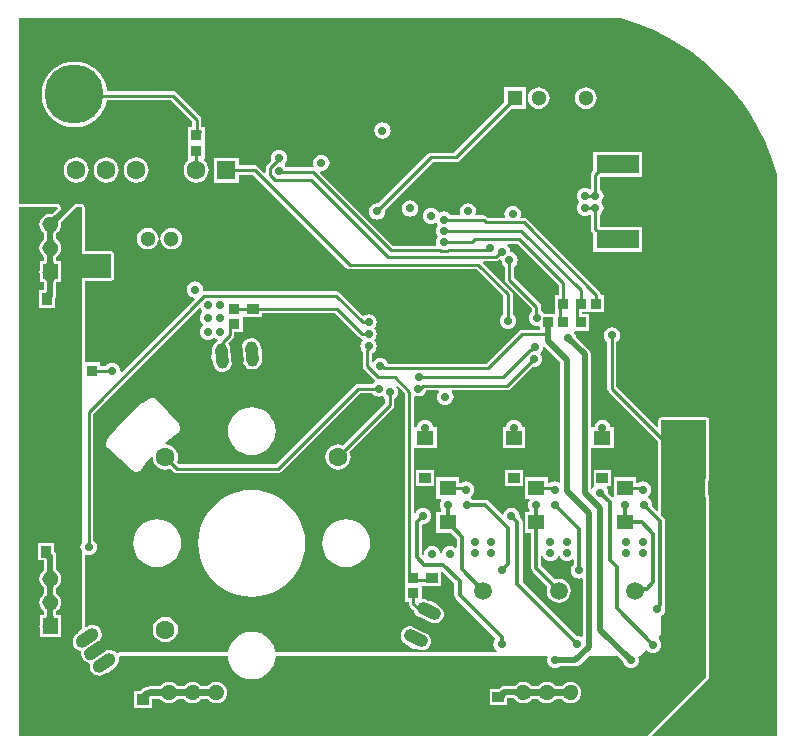
<source format=gbl>
G04*
G04 #@! TF.GenerationSoftware,Altium Limited,Altium Designer,24.4.1 (13)*
G04*
G04 Layer_Physical_Order=4*
G04 Layer_Color=16711680*
%FSLAX44Y44*%
%MOMM*%
G71*
G04*
G04 #@! TF.SameCoordinates,8FCA56C2-8F78-4201-AFF4-6E38B21BD071*
G04*
G04*
G04 #@! TF.FilePolarity,Positive*
G04*
G01*
G75*
%ADD12C,0.7120*%
%ADD13C,0.2540*%
%ADD21C,0.3500*%
%ADD24R,0.9500X0.8500*%
%ADD25R,1.0000X0.9000*%
%ADD29R,0.9000X1.0000*%
%ADD45R,0.8500X0.9500*%
%ADD85C,0.5120*%
%ADD86C,0.5080*%
%ADD88C,1.3000*%
%ADD89R,1.3000X1.3000*%
%ADD90C,1.6000*%
%ADD91C,5.0000*%
G04:AMPARAMS|DCode=92|XSize=2.14mm|YSize=1.07mm|CornerRadius=0mm|HoleSize=0mm|Usage=FLASHONLY|Rotation=214.480|XOffset=0mm|YOffset=0mm|HoleType=Round|Shape=Round|*
%AMOVALD92*
21,1,1.0700,1.0700,0.0000,0.0000,214.48*
1,1,1.0700,0.4410,0.3029*
1,1,1.0700,-0.4410,-0.3029*
%
%ADD92OVALD92*%

G04:AMPARAMS|DCode=93|XSize=2.14mm|YSize=1.07mm|CornerRadius=0mm|HoleSize=0mm|Usage=FLASHONLY|Rotation=334.480|XOffset=0mm|YOffset=0mm|HoleType=Round|Shape=Round|*
%AMOVALD93*
21,1,1.0700,1.0700,0.0000,0.0000,334.48*
1,1,1.0700,-0.4828,0.2305*
1,1,1.0700,0.4828,-0.2305*
%
%ADD93OVALD93*%

G04:AMPARAMS|DCode=94|XSize=2.14mm|YSize=1.07mm|CornerRadius=0mm|HoleSize=0mm|Usage=FLASHONLY|Rotation=94.480|XOffset=0mm|YOffset=0mm|HoleType=Round|Shape=Round|*
%AMOVALD94*
21,1,1.0700,1.0700,0.0000,0.0000,94.48*
1,1,1.0700,0.0418,-0.5334*
1,1,1.0700,-0.0418,0.5334*
%
%ADD94OVALD94*%

%ADD95R,1.6000X1.6000*%
%ADD96C,1.5000*%
%ADD97R,1.3000X1.3000*%
%ADD98C,0.7000*%
%ADD99R,1.4000X1.3000*%
%ADD100R,3.6500X1.6000*%
G36*
X317638Y443315D02*
X329263Y439246D01*
X340602Y434441D01*
X351612Y428919D01*
X362243Y422704D01*
X372456Y415821D01*
X382207Y408297D01*
X391455Y400164D01*
X400164Y391455D01*
X408297Y382207D01*
X415821Y372456D01*
X422704Y362243D01*
X428919Y351612D01*
X434441Y340602D01*
X439246Y329263D01*
X443315Y317638D01*
X444780Y312397D01*
X444780Y-163180D01*
X339764D01*
X339282Y-162005D01*
X386820Y-115033D01*
X386825Y-115026D01*
X386831Y-115022D01*
X387107Y-114609D01*
X387387Y-114196D01*
X387388Y-114188D01*
X387393Y-114181D01*
X387490Y-113694D01*
X387590Y-113206D01*
X387588Y-113198D01*
X387590Y-113190D01*
X387590Y39460D01*
X387393Y40451D01*
X386831Y41291D01*
X386300Y41646D01*
Y52380D01*
X386791Y52709D01*
X387353Y53549D01*
X387550Y54540D01*
Y60795D01*
X387516Y60962D01*
X387528Y61133D01*
X387413Y62000D01*
X387528Y62867D01*
X387516Y63038D01*
X387550Y63205D01*
Y70839D01*
X387590Y71040D01*
Y104000D01*
X387393Y104991D01*
X386831Y105831D01*
X385991Y106393D01*
X385000Y106590D01*
X347000Y106590D01*
X346009Y106392D01*
X345169Y105831D01*
X344607Y104991D01*
X344410Y104000D01*
Y98743D01*
X343237Y98257D01*
X308885Y132609D01*
Y170321D01*
X309900Y171100D01*
X311001Y172535D01*
X311693Y174207D01*
X311929Y176000D01*
X311693Y177793D01*
X311001Y179465D01*
X309900Y180900D01*
X308465Y182001D01*
X306793Y182693D01*
X305000Y182929D01*
X303207Y182693D01*
X301535Y182001D01*
X300100Y180900D01*
X298999Y179465D01*
X298307Y177793D01*
X298071Y176000D01*
X298307Y174207D01*
X298999Y172535D01*
X300100Y171100D01*
X301115Y170321D01*
Y131000D01*
X301411Y129513D01*
X302253Y128253D01*
X344410Y86096D01*
Y54540D01*
Y27934D01*
X343237Y27448D01*
X338843Y31843D01*
X338929Y32500D01*
X338693Y34293D01*
X338001Y35964D01*
X336900Y37399D01*
X335556Y38431D01*
X335541Y38457D01*
X335463Y38884D01*
X335458Y39878D01*
X336400Y40600D01*
X337501Y42035D01*
X338193Y43706D01*
X338429Y45500D01*
X338193Y47293D01*
X337501Y48964D01*
X336400Y50399D01*
X334964Y51501D01*
X333293Y52193D01*
X331500Y52429D01*
X329706Y52193D01*
X328035Y51501D01*
X326906Y50634D01*
X325540D01*
Y55790D01*
X306460D01*
Y39522D01*
X305190Y38996D01*
X301843Y42343D01*
X301929Y43000D01*
X301693Y44793D01*
X301001Y46465D01*
X300636Y46940D01*
X301262Y48210D01*
X304540D01*
Y62290D01*
X289460D01*
Y48210D01*
X289460Y48210D01*
X289460D01*
X289387Y46970D01*
X288999Y46465D01*
X287490Y46140D01*
X287200Y46330D01*
Y79298D01*
X287460Y80460D01*
X288470Y80460D01*
X306540D01*
Y98540D01*
X303793D01*
X303693Y99293D01*
X303001Y100964D01*
X301900Y102400D01*
X300465Y103501D01*
X298794Y104193D01*
X297000Y104429D01*
X295207Y104193D01*
X293536Y103501D01*
X292101Y102400D01*
X290999Y100964D01*
X290307Y99293D01*
X290208Y98540D01*
X287460Y98540D01*
X287200Y99702D01*
Y160000D01*
X287200Y160000D01*
X286804Y161990D01*
X285677Y163677D01*
X285677Y163677D01*
X274865Y174489D01*
X274693Y175793D01*
X274001Y177465D01*
X273253Y178440D01*
X273843Y179710D01*
X285290D01*
Y194290D01*
X279405D01*
Y195710D01*
X298290D01*
Y210290D01*
X295385D01*
Y210500D01*
X295089Y211987D01*
X294247Y213247D01*
X233057Y274437D01*
X231797Y275279D01*
X230310Y275575D01*
X228160D01*
X227455Y276631D01*
X227693Y277207D01*
X227929Y279000D01*
X227693Y280793D01*
X227001Y282465D01*
X225900Y283900D01*
X224465Y285001D01*
X222793Y285693D01*
X221000Y285929D01*
X219207Y285693D01*
X217535Y285001D01*
X216100Y283900D01*
X214999Y282465D01*
X214307Y280793D01*
X214071Y279000D01*
X214307Y277207D01*
X214545Y276631D01*
X213840Y275575D01*
X200063D01*
X199200Y276437D01*
X197940Y277279D01*
X196453Y277575D01*
X190160D01*
X189455Y278631D01*
X189693Y279207D01*
X189929Y281000D01*
X189693Y282793D01*
X189001Y284465D01*
X187900Y285900D01*
X186465Y287001D01*
X184793Y287693D01*
X183000Y287929D01*
X181207Y287693D01*
X179535Y287001D01*
X178100Y285900D01*
X176999Y284465D01*
X176307Y282793D01*
X176071Y281000D01*
X176307Y279207D01*
X176545Y278631D01*
X175840Y277575D01*
X168978D01*
X167900Y278980D01*
X166465Y280081D01*
X164793Y280773D01*
X163000Y281009D01*
X161207Y280773D01*
X159535Y280081D01*
X159129Y279769D01*
X157903Y280098D01*
X157751Y280465D01*
X156650Y281900D01*
X155215Y283001D01*
X153543Y283693D01*
X151750Y283929D01*
X149957Y283693D01*
X148285Y283001D01*
X146850Y281900D01*
X145749Y280465D01*
X145057Y278793D01*
X144821Y277000D01*
X145057Y275207D01*
X145749Y273535D01*
X146850Y272100D01*
X148285Y270999D01*
X149957Y270307D01*
X151750Y270071D01*
X153543Y270307D01*
X155215Y270999D01*
X155621Y271311D01*
X156847Y270982D01*
X156999Y270615D01*
X158001Y269310D01*
X156999Y268005D01*
X156307Y266333D01*
X156071Y264540D01*
X156307Y262747D01*
X156999Y261075D01*
X158001Y259770D01*
X156999Y258465D01*
X156307Y256793D01*
X156071Y255000D01*
X156307Y253207D01*
X156417Y252941D01*
X155711Y251885D01*
X119609D01*
X57795Y313698D01*
X58389Y314901D01*
X59000Y314821D01*
X60793Y315057D01*
X62465Y315749D01*
X63900Y316850D01*
X65001Y318285D01*
X65693Y319957D01*
X65929Y321750D01*
X65693Y323543D01*
X65001Y325215D01*
X63900Y326650D01*
X62465Y327751D01*
X60793Y328443D01*
X59000Y328679D01*
X57207Y328443D01*
X55535Y327751D01*
X54100Y326650D01*
X52999Y325215D01*
X52307Y323543D01*
X52071Y321750D01*
X52307Y319957D01*
X52526Y319427D01*
X51613Y318314D01*
X51560Y318325D01*
X29148D01*
X28070Y319730D01*
X27900Y319860D01*
Y320221D01*
X28074Y321327D01*
X29001Y322535D01*
X29693Y324207D01*
X29929Y326000D01*
X29693Y327793D01*
X29001Y329465D01*
X27900Y330900D01*
X26465Y332001D01*
X24793Y332693D01*
X23000Y332929D01*
X21207Y332693D01*
X19535Y332001D01*
X18100Y330900D01*
X16999Y329465D01*
X16307Y327793D01*
X16071Y326000D01*
X16307Y324207D01*
X16426Y323918D01*
X13113Y320605D01*
X12271Y319345D01*
X11975Y317858D01*
Y314178D01*
X10802Y313692D01*
X5747Y318747D01*
X4487Y319589D01*
X3000Y319885D01*
X-10960D01*
Y326540D01*
X-20196D01*
X-21500Y326712D01*
X-22804Y326540D01*
X-32040D01*
Y317304D01*
X-32212Y316000D01*
X-32040Y314696D01*
Y305460D01*
X-22804D01*
X-21500Y305288D01*
X-20196Y305460D01*
X-10960D01*
Y312115D01*
X1391D01*
X80253Y233253D01*
X81513Y232411D01*
X83000Y232115D01*
X190391D01*
X213115Y209391D01*
Y193679D01*
X212100Y192900D01*
X210999Y191465D01*
X210307Y189793D01*
X210071Y188000D01*
X210307Y186207D01*
X210999Y184535D01*
X212100Y183100D01*
X213535Y181999D01*
X215207Y181307D01*
X217000Y181071D01*
X218793Y181307D01*
X220465Y181999D01*
X221900Y183100D01*
X223001Y184535D01*
X223693Y186207D01*
X223929Y188000D01*
X223693Y189793D01*
X223001Y191465D01*
X221900Y192900D01*
X220885Y193679D01*
Y211000D01*
X220589Y212487D01*
X219747Y213747D01*
X195959Y237535D01*
X196485Y238805D01*
X206483D01*
X207969Y239100D01*
X209230Y239943D01*
X209773Y240486D01*
X210207Y240307D01*
X211386Y240152D01*
X211341Y239810D01*
X211577Y238017D01*
X212269Y236346D01*
X213371Y234910D01*
X214386Y234132D01*
Y223166D01*
X214681Y221680D01*
X215523Y220420D01*
X237115Y198828D01*
Y195834D01*
X236769Y195569D01*
X235668Y194134D01*
X234976Y192462D01*
X234740Y190669D01*
X234976Y188876D01*
X235668Y187204D01*
X236769Y185769D01*
X238204Y184668D01*
X239876Y183976D01*
X241669Y183740D01*
X242940Y183907D01*
X244210Y183053D01*
Y180885D01*
X229000D01*
X227513Y180589D01*
X226253Y179747D01*
X198554Y152048D01*
X115588D01*
X115001Y153465D01*
X113900Y154900D01*
X112465Y156001D01*
X110793Y156693D01*
X109000Y156929D01*
X107207Y156693D01*
X105535Y156001D01*
X104100Y154900D01*
X103155Y153667D01*
X102367Y153774D01*
X101885Y154010D01*
Y160759D01*
X102464Y160999D01*
X103899Y162100D01*
X105001Y163535D01*
X105693Y165206D01*
X105929Y167000D01*
X105693Y168793D01*
X105001Y170464D01*
X104576Y171018D01*
X103962Y172000D01*
X104576Y172981D01*
X105001Y173535D01*
X105693Y175206D01*
X105929Y177000D01*
X105693Y178793D01*
X105001Y180464D01*
X104576Y181018D01*
X103900Y182100D01*
X105001Y183535D01*
X105693Y185207D01*
X105929Y187000D01*
X105693Y188793D01*
X105001Y190465D01*
X103900Y191900D01*
X102465Y193001D01*
X100793Y193693D01*
X99000Y193929D01*
X97207Y193693D01*
X95535Y193001D01*
X94380Y192114D01*
X74437Y212057D01*
X73177Y212899D01*
X71690Y213195D01*
X-40028D01*
X-40158Y213169D01*
X-41298Y214237D01*
X-41217Y214853D01*
X-41453Y216647D01*
X-42146Y218318D01*
X-43247Y219753D01*
X-44682Y220854D01*
X-46353Y221546D01*
X-48147Y221783D01*
X-49940Y221546D01*
X-51611Y220854D01*
X-53046Y219753D01*
X-54148Y218318D01*
X-54840Y216647D01*
X-55076Y214853D01*
X-54840Y213060D01*
X-54148Y211389D01*
X-53046Y209954D01*
X-51611Y208852D01*
X-49940Y208160D01*
X-48639Y207989D01*
X-48113Y206718D01*
X-109935Y144897D01*
X-111138Y145490D01*
X-111071Y146000D01*
X-111307Y147793D01*
X-111999Y149465D01*
X-113100Y150900D01*
X-114535Y152001D01*
X-116207Y152693D01*
X-118000Y152929D01*
X-119793Y152693D01*
X-121465Y152001D01*
X-122900Y150900D01*
X-123679Y149885D01*
X-128710D01*
Y153290D01*
X-141410D01*
Y222410D01*
X-119000D01*
X-118009Y222607D01*
X-117169Y223169D01*
X-116607Y224009D01*
X-116410Y225000D01*
Y245000D01*
X-116607Y245991D01*
X-117169Y246831D01*
X-118009Y247393D01*
X-119000Y247590D01*
X-141410D01*
Y285000D01*
X-141607Y285991D01*
X-142169Y286831D01*
X-143009Y287393D01*
X-144000Y287590D01*
X-148175D01*
X-149166Y287393D01*
X-150006Y286831D01*
X-163351Y273487D01*
X-163445Y273345D01*
X-163574Y273232D01*
X-163724Y272929D01*
X-163912Y272647D01*
X-163945Y272479D01*
X-164021Y272326D01*
X-164043Y271988D01*
X-164109Y271656D01*
X-164076Y271488D01*
X-164087Y271318D01*
X-163913Y270000D01*
X-164138Y268295D01*
X-164796Y266707D01*
X-165842Y265343D01*
X-166897Y264534D01*
X-167010Y264405D01*
X-167152Y264310D01*
X-167340Y264028D01*
X-167563Y263774D01*
X-167618Y263612D01*
X-167713Y263470D01*
X-167779Y263138D01*
X-167888Y262817D01*
X-167877Y262646D01*
X-167910Y262479D01*
Y257521D01*
X-167877Y257354D01*
X-167888Y257183D01*
X-167779Y256862D01*
X-167713Y256530D01*
X-167618Y256388D01*
X-167563Y256226D01*
X-167340Y255972D01*
X-167152Y255690D01*
X-167010Y255595D01*
X-166897Y255466D01*
X-165842Y254657D01*
X-164796Y253293D01*
X-164138Y251705D01*
X-163913Y250000D01*
X-164138Y248295D01*
X-164796Y246707D01*
X-165842Y245343D01*
X-166897Y244534D01*
X-167010Y244405D01*
X-167152Y244310D01*
X-167340Y244028D01*
X-167563Y243774D01*
X-167618Y243612D01*
X-167713Y243470D01*
X-167779Y243138D01*
X-167888Y242817D01*
X-167877Y242646D01*
X-167910Y242479D01*
Y239040D01*
X-167713Y238049D01*
X-167152Y237209D01*
X-166311Y236647D01*
X-165320Y236450D01*
X-164050D01*
Y231205D01*
X-164016Y231038D01*
X-164028Y230867D01*
X-163913Y230000D01*
X-164028Y229133D01*
X-164016Y228962D01*
X-164050Y228795D01*
Y223550D01*
X-165320D01*
X-166312Y223353D01*
X-167152Y222791D01*
X-167713Y221951D01*
X-167910Y220960D01*
Y210505D01*
X-168154Y209278D01*
X-168363Y208965D01*
X-168461Y208730D01*
X-168603Y208518D01*
X-168652Y208267D01*
X-168750Y208032D01*
Y207777D01*
X-168800Y207527D01*
Y202050D01*
X-177700D01*
Y211950D01*
X-175679D01*
X-174688Y212147D01*
X-173848Y212709D01*
X-173287Y213549D01*
X-173090Y214540D01*
Y220960D01*
X-173287Y221951D01*
X-173848Y222791D01*
X-174688Y223353D01*
X-175679Y223550D01*
X-176950D01*
Y228795D01*
X-176984Y228962D01*
X-176972Y229133D01*
X-177087Y230000D01*
X-176972Y230867D01*
X-176984Y231038D01*
X-176950Y231205D01*
Y236450D01*
X-175679D01*
X-174688Y236647D01*
X-173848Y237209D01*
X-173287Y238049D01*
X-173090Y239040D01*
Y242479D01*
X-173123Y242646D01*
X-173112Y242817D01*
X-173221Y243138D01*
X-173287Y243470D01*
X-173382Y243612D01*
X-173437Y243774D01*
X-173660Y244028D01*
X-173848Y244310D01*
X-173990Y244405D01*
X-174103Y244534D01*
X-175158Y245343D01*
X-176204Y246707D01*
X-176862Y248295D01*
X-177087Y250000D01*
X-176862Y251705D01*
X-176204Y253293D01*
X-175158Y254657D01*
X-174103Y255466D01*
X-173990Y255595D01*
X-173848Y255690D01*
X-173660Y255972D01*
X-173437Y256226D01*
X-173382Y256388D01*
X-173287Y256530D01*
X-173221Y256862D01*
X-173112Y257183D01*
X-173123Y257354D01*
X-173090Y257521D01*
Y262479D01*
X-173123Y262646D01*
X-173112Y262817D01*
X-173221Y263138D01*
X-173287Y263470D01*
X-173382Y263612D01*
X-173437Y263774D01*
X-173660Y264028D01*
X-173848Y264310D01*
X-173990Y264405D01*
X-174103Y264534D01*
X-175158Y265343D01*
X-176204Y266707D01*
X-176862Y268295D01*
X-177087Y270000D01*
X-176862Y271705D01*
X-176204Y273293D01*
X-175157Y274657D01*
X-173793Y275704D01*
X-172205Y276362D01*
X-170500Y276587D01*
X-169182Y276413D01*
X-169012Y276424D01*
X-168844Y276391D01*
X-168512Y276457D01*
X-168174Y276479D01*
X-168021Y276555D01*
X-167853Y276588D01*
X-167572Y276776D01*
X-167268Y276926D01*
X-167155Y277055D01*
X-167013Y277150D01*
X-162167Y281995D01*
X-161606Y282836D01*
X-161409Y283827D01*
X-161606Y284818D01*
X-162092Y285991D01*
X-162092Y285991D01*
X-162653Y286831D01*
X-163493Y287393D01*
X-164484Y287590D01*
X-196780D01*
X-196780Y288786D01*
X-196780Y444780D01*
X312397D01*
X317638Y443315D01*
D02*
G37*
G36*
X-144000Y245000D02*
X-119000D01*
Y225000D01*
X-144000D01*
Y466D01*
X-144001Y465D01*
X-144693Y-1207D01*
X-144929Y-3000D01*
X-144693Y-4793D01*
X-144001Y-6465D01*
X-144000Y-6466D01*
Y-72652D01*
X-144145Y-72726D01*
X-145882Y-74288D01*
X-146855Y-75786D01*
X-147996Y-76570D01*
X-149540Y-77959D01*
X-150673Y-79701D01*
X-151315Y-81677D01*
X-151425Y-83751D01*
X-150993Y-85784D01*
X-150051Y-87635D01*
X-148661Y-89179D01*
X-146919Y-90311D01*
X-144944Y-90954D01*
X-144859Y-90959D01*
X-144166Y-92081D01*
X-144132Y-92269D01*
X-144235Y-94220D01*
X-143804Y-96253D01*
X-142861Y-98104D01*
X-141472Y-99648D01*
X-139730Y-100780D01*
X-137754Y-101423D01*
X-137610Y-101431D01*
X-137023Y-102285D01*
X-136942Y-102738D01*
X-137045Y-104689D01*
X-136614Y-106721D01*
X-135672Y-108573D01*
X-134282Y-110117D01*
X-132540Y-111249D01*
X-130564Y-111892D01*
X-128490Y-112001D01*
X-126458Y-111570D01*
X-124606Y-110628D01*
X-123465Y-109844D01*
X-121718Y-109473D01*
X-119636Y-108414D01*
X-117900Y-106852D01*
X-116927Y-105354D01*
X-115786Y-104570D01*
X-114242Y-103181D01*
X-113110Y-101439D01*
X-112467Y-99463D01*
X-112357Y-97389D01*
X-112595Y-96270D01*
X-111610Y-95000D01*
X-36306D01*
X-20217D01*
X-20217Y-95000D01*
X-19829Y-98944D01*
X-18678Y-102737D01*
X-16810Y-106232D01*
X-14296Y-109296D01*
X-11232Y-111810D01*
X-7737Y-113679D01*
X-3944Y-114829D01*
X0Y-115217D01*
X3944Y-114829D01*
X7737Y-113679D01*
X11232Y-111810D01*
X14296Y-109296D01*
X16810Y-106232D01*
X18678Y-102737D01*
X19829Y-98944D01*
X20217Y-95000D01*
X20217Y-95000D01*
X249875Y-95000D01*
X250695Y-96270D01*
X250307Y-97207D01*
X250071Y-99000D01*
X250307Y-100793D01*
X250999Y-102465D01*
X252100Y-103900D01*
X253535Y-105001D01*
X255207Y-105693D01*
X257000Y-105929D01*
X258793Y-105693D01*
X260465Y-105001D01*
X261509Y-104200D01*
X274162D01*
X274162Y-104200D01*
X276152Y-103804D01*
X277839Y-102677D01*
X285516Y-95000D01*
X309646D01*
X314135Y-99489D01*
X314307Y-100793D01*
X314999Y-102465D01*
X316100Y-103900D01*
X317535Y-105001D01*
X319207Y-105693D01*
X321000Y-105929D01*
X322793Y-105693D01*
X324465Y-105001D01*
X325900Y-103900D01*
X327001Y-102465D01*
X327693Y-100793D01*
X327929Y-99000D01*
X327693Y-97207D01*
X327305Y-96270D01*
X328125Y-95000D01*
X329000D01*
X333616Y-90384D01*
X334883Y-90467D01*
X335100Y-90750D01*
X336535Y-91851D01*
X338207Y-92543D01*
X340000Y-92779D01*
X341793Y-92543D01*
X343465Y-91851D01*
X344900Y-90750D01*
X346001Y-89315D01*
X346693Y-87643D01*
X346929Y-85850D01*
X346693Y-84057D01*
X346001Y-82385D01*
X344900Y-80950D01*
X344617Y-80733D01*
X344534Y-79466D01*
X347000Y-77000D01*
Y-61590D01*
X347900Y-60900D01*
X349001Y-59465D01*
X349693Y-57793D01*
X349929Y-56000D01*
X349698Y-54241D01*
X350041Y-53727D01*
X350374Y-52053D01*
Y18499D01*
X350041Y20173D01*
X349093Y21592D01*
X347000Y23685D01*
Y54540D01*
Y104000D01*
X385000Y104000D01*
Y71040D01*
X384960D01*
Y63205D01*
X384801Y62000D01*
X384960Y60795D01*
Y54540D01*
X383710D01*
Y39460D01*
X385000D01*
X385000Y-113190D01*
X334408Y-163180D01*
X-196780D01*
X-196780Y285000D01*
X-164484D01*
X-163998Y283827D01*
X-168844Y278981D01*
X-170500Y279199D01*
X-172881Y278885D01*
X-175099Y277966D01*
X-177004Y276504D01*
X-178466Y274599D01*
X-179385Y272381D01*
X-179699Y270000D01*
X-179385Y267619D01*
X-178466Y265401D01*
X-177004Y263496D01*
X-175679Y262479D01*
Y257521D01*
X-177004Y256504D01*
X-178466Y254599D01*
X-179385Y252381D01*
X-179699Y250000D01*
X-179385Y247619D01*
X-178466Y245401D01*
X-177004Y243496D01*
X-175679Y242479D01*
Y239040D01*
X-179540D01*
Y231205D01*
X-179699Y230000D01*
X-179540Y228795D01*
Y220960D01*
X-175679D01*
Y214540D01*
X-180290D01*
Y199460D01*
X-166210D01*
Y207527D01*
X-165715Y208268D01*
X-165320Y210250D01*
X-165320Y210250D01*
Y220960D01*
X-161460D01*
Y228795D01*
X-161301Y230000D01*
X-161460Y231205D01*
Y239040D01*
X-165320D01*
Y242479D01*
X-163995Y243496D01*
X-162534Y245401D01*
X-161615Y247619D01*
X-161301Y250000D01*
X-161615Y252381D01*
X-162534Y254599D01*
X-163995Y256504D01*
X-165320Y257521D01*
Y262479D01*
X-163995Y263496D01*
X-162534Y265401D01*
X-161615Y267619D01*
X-161301Y270000D01*
X-161519Y271656D01*
X-148175Y285000D01*
X-144000D01*
Y245000D01*
D02*
G37*
G36*
X260115Y218391D02*
Y210290D01*
X257210D01*
Y200395D01*
X257135Y200020D01*
Y194290D01*
X247550D01*
X246569Y195569D01*
X245134Y196670D01*
X244885Y196773D01*
Y200437D01*
X244589Y201923D01*
X243747Y203184D01*
X222155Y224776D01*
Y234132D01*
X223170Y234910D01*
X224271Y236346D01*
X224963Y238017D01*
X225200Y239810D01*
X224963Y241604D01*
X224271Y243275D01*
X223170Y244710D01*
X221735Y245811D01*
X220064Y246503D01*
X218884Y246658D01*
X218929Y247000D01*
X218693Y248793D01*
X218001Y250465D01*
X216900Y251900D01*
X216567Y252155D01*
X216998Y253425D01*
X225081D01*
X260115Y218391D01*
D02*
G37*
G36*
X261400Y153246D02*
Y52001D01*
X260130Y51374D01*
X259965Y51501D01*
X258293Y52193D01*
X256500Y52430D01*
X254706Y52193D01*
X253035Y51501D01*
X251905Y50634D01*
X250540D01*
Y55790D01*
X231460D01*
Y37710D01*
X234929D01*
X235556Y36440D01*
X234999Y35714D01*
X234307Y34043D01*
X234071Y32250D01*
X234307Y30456D01*
X234999Y28785D01*
X235556Y28060D01*
X234929Y26790D01*
X231460D01*
Y8710D01*
X236626D01*
Y-21000D01*
X236959Y-22674D01*
X237907Y-24093D01*
X250504Y-36690D01*
X250218Y-37379D01*
X249873Y-40000D01*
X250218Y-42621D01*
X251230Y-45063D01*
X252839Y-47161D01*
X254937Y-48770D01*
X257379Y-49782D01*
X260000Y-50127D01*
X262621Y-49782D01*
X265063Y-48770D01*
X267161Y-47161D01*
X268770Y-45063D01*
X269782Y-42621D01*
X270127Y-40000D01*
X269782Y-37379D01*
X268770Y-34937D01*
X267161Y-32839D01*
X265063Y-31230D01*
X262621Y-30218D01*
X260000Y-29873D01*
X257379Y-30218D01*
X256690Y-30504D01*
X245374Y-19188D01*
Y-10860D01*
X246644Y-10608D01*
X246999Y-11465D01*
X248100Y-12900D01*
X249535Y-14001D01*
X251207Y-14693D01*
X253000Y-14929D01*
X254793Y-14693D01*
X256465Y-14001D01*
X257900Y-12900D01*
X259001Y-11465D01*
X259313Y-10712D01*
X260687D01*
X260999Y-11465D01*
X262100Y-12900D01*
X263535Y-14001D01*
X265207Y-14693D01*
X267000Y-14929D01*
X268793Y-14693D01*
X270465Y-14001D01*
X271356Y-13317D01*
X272626Y-13943D01*
Y-17697D01*
X272100Y-18100D01*
X270999Y-19535D01*
X270307Y-21207D01*
X270071Y-23000D01*
X270307Y-24793D01*
X270999Y-26465D01*
X272100Y-27900D01*
X273535Y-29001D01*
X275207Y-29693D01*
X277000Y-29929D01*
X278793Y-29693D01*
X279344Y-29465D01*
X280400Y-30171D01*
Y-78508D01*
X279130Y-79025D01*
X277677Y-78423D01*
X275884Y-78187D01*
X275227Y-78274D01*
X229374Y-32421D01*
Y18000D01*
X229041Y19674D01*
X228093Y21093D01*
X226843Y22343D01*
X226929Y23000D01*
X226693Y24793D01*
X226001Y26465D01*
X224900Y27900D01*
X223465Y29001D01*
X221793Y29693D01*
X220000Y29929D01*
X218207Y29693D01*
X216535Y29001D01*
X215100Y27900D01*
X213999Y26465D01*
X213307Y24793D01*
X213272Y24525D01*
X212069Y24117D01*
X200593Y35593D01*
X199174Y36541D01*
X197500Y36874D01*
X187303D01*
X186900Y37400D01*
X185556Y38431D01*
X185541Y38457D01*
X185463Y38886D01*
X185459Y39878D01*
X186400Y40600D01*
X187501Y42035D01*
X188193Y43706D01*
X188429Y45500D01*
X188193Y47293D01*
X187501Y48964D01*
X186400Y50399D01*
X184965Y51501D01*
X183293Y52193D01*
X181500Y52429D01*
X179706Y52193D01*
X178035Y51501D01*
X176907Y50635D01*
X175540D01*
Y55790D01*
X156460D01*
Y37710D01*
X159929D01*
X160556Y36440D01*
X159999Y35715D01*
X159307Y34044D01*
X159071Y32250D01*
X159307Y30457D01*
X159999Y28785D01*
X160556Y28060D01*
X159929Y26790D01*
X156460D01*
Y8710D01*
X168854D01*
X173626Y3938D01*
Y-3057D01*
X172356Y-3683D01*
X171465Y-2999D01*
X169793Y-2307D01*
X168000Y-2071D01*
X166207Y-2307D01*
X164535Y-2999D01*
X163100Y-4100D01*
X161999Y-5535D01*
X161307Y-7207D01*
X161140Y-8470D01*
X159860D01*
X159693Y-7207D01*
X159001Y-5535D01*
X157900Y-4100D01*
X156465Y-2999D01*
X154793Y-2307D01*
X153000Y-2071D01*
X151207Y-2307D01*
X149535Y-2999D01*
X148100Y-4100D01*
X146999Y-5535D01*
X146307Y-7207D01*
X146071Y-9000D01*
X146145Y-9564D01*
X144955Y-10257D01*
X144374Y-9818D01*
Y15522D01*
X145000Y16071D01*
X146793Y16307D01*
X148465Y16999D01*
X149900Y18100D01*
X151001Y19535D01*
X151693Y21207D01*
X151929Y23000D01*
X151693Y24793D01*
X151001Y26465D01*
X149900Y27900D01*
X148465Y29001D01*
X146793Y29693D01*
X145000Y29929D01*
X143207Y29693D01*
X141535Y29001D01*
X140100Y27900D01*
X138999Y26465D01*
X138675Y25681D01*
X137405Y25934D01*
Y79213D01*
X137460Y80460D01*
X138675Y80460D01*
X156540D01*
Y98540D01*
X153793D01*
X153693Y99293D01*
X153001Y100964D01*
X151900Y102400D01*
X150465Y103501D01*
X148794Y104193D01*
X147000Y104429D01*
X145207Y104193D01*
X143536Y103501D01*
X142100Y102400D01*
X140999Y100964D01*
X140307Y99293D01*
X140208Y98540D01*
X137460Y98540D01*
X137405Y99787D01*
Y123732D01*
X138675Y124581D01*
X139335Y124307D01*
X141129Y124071D01*
X142922Y124307D01*
X144594Y124999D01*
X146029Y126100D01*
X147130Y127535D01*
X147822Y129207D01*
X147882Y129659D01*
X158082D01*
X158708Y128389D01*
X157999Y127465D01*
X157307Y125793D01*
X157071Y124000D01*
X157307Y122207D01*
X157999Y120535D01*
X159100Y119100D01*
X160535Y117999D01*
X162207Y117307D01*
X164000Y117071D01*
X165793Y117307D01*
X167465Y117999D01*
X168900Y119100D01*
X170001Y120535D01*
X170693Y122207D01*
X170929Y124000D01*
X170693Y125793D01*
X170001Y127465D01*
X169292Y128389D01*
X169918Y129659D01*
X216543D01*
X218030Y129954D01*
X219290Y130796D01*
X237731Y149238D01*
X239000Y149071D01*
X240793Y149307D01*
X242465Y149999D01*
X243900Y151100D01*
X245001Y152535D01*
X245693Y154207D01*
X245929Y156000D01*
X245693Y157793D01*
X245001Y159465D01*
X244174Y160543D01*
X244899Y161100D01*
X246000Y162535D01*
X246693Y164206D01*
X246920Y165931D01*
X247128Y166082D01*
X248144Y166503D01*
X261400Y153246D01*
D02*
G37*
G36*
X-43239Y199111D02*
X-43001Y198535D01*
X-41900Y197100D01*
X-42093Y195648D01*
X-43001Y194465D01*
X-43693Y192793D01*
X-43929Y191000D01*
X-43693Y189207D01*
X-43001Y187535D01*
X-41900Y186100D01*
X-41321Y185656D01*
Y184386D01*
X-41716Y184083D01*
X-42817Y182648D01*
X-43509Y180977D01*
X-43746Y179184D01*
X-43509Y177390D01*
X-42817Y175719D01*
X-41716Y174284D01*
X-40281Y173183D01*
X-38610Y172491D01*
X-36816Y172254D01*
X-35023Y172491D01*
X-33352Y173183D01*
X-31917Y174284D01*
X-31716D01*
X-30281Y173183D01*
X-29087Y172688D01*
X-28609Y172408D01*
X-28604Y172392D01*
X-28538Y171200D01*
X-30084Y170413D01*
X-31629Y169023D01*
X-32761Y167281D01*
X-33403Y165306D01*
X-33513Y163231D01*
X-33405Y161851D01*
X-33957Y160152D01*
X-34080Y157820D01*
X-33596Y155535D01*
X-32785Y153944D01*
X-32677Y152564D01*
X-32246Y150532D01*
X-31303Y148680D01*
X-29914Y147136D01*
X-28172Y146004D01*
X-26196Y145361D01*
X-24122Y145252D01*
X-22089Y145683D01*
X-20238Y146625D01*
X-18694Y148015D01*
X-17562Y149757D01*
X-16919Y151732D01*
X-16810Y153807D01*
X-16918Y155187D01*
X-16365Y156885D01*
X-16242Y159218D01*
X-16727Y161502D01*
X-17537Y163095D01*
X-17645Y164474D01*
X-18076Y166507D01*
X-19019Y168358D01*
X-20028Y169479D01*
X-15733Y173773D01*
X-14891Y175033D01*
X-14595Y176520D01*
Y178710D01*
X-7710D01*
Y191469D01*
X-6540Y191710D01*
X-6540Y191710D01*
X-6540Y191710D01*
X8540D01*
Y194865D01*
X70303D01*
X90915Y174253D01*
X92176Y173411D01*
X93260Y173195D01*
X93424Y172981D01*
X94037Y172000D01*
X93424Y171018D01*
X92999Y170464D01*
X92307Y168793D01*
X92071Y167000D01*
X92307Y165206D01*
X92999Y163535D01*
X94100Y162100D01*
X94115Y162088D01*
Y150000D01*
X94411Y148513D01*
X95253Y147253D01*
X104253Y138253D01*
X104341Y138194D01*
X104174Y136779D01*
X103050Y135917D01*
X102271Y134902D01*
X90017D01*
X88530Y134606D01*
X87270Y133764D01*
X20391Y66885D01*
X-61391D01*
X-63263Y68756D01*
X-62653Y70228D01*
X-62288Y73000D01*
X-62653Y75772D01*
X-63723Y78356D01*
X-65426Y80574D01*
X-67644Y82277D01*
X-70228Y83347D01*
X-72907Y83699D01*
X-73178Y84096D01*
X-73528Y84851D01*
X-73476Y84898D01*
X-69318Y88325D01*
X-64976Y91568D01*
X-62734Y93119D01*
X-62505Y93357D01*
X-62221Y93525D01*
X-61802Y94082D01*
X-61318Y94583D01*
X-61196Y94890D01*
X-60998Y95154D01*
X-60825Y95829D01*
X-60569Y96477D01*
X-60575Y96807D01*
X-60493Y97127D01*
X-60591Y97817D01*
X-60602Y98514D01*
X-60734Y98817D01*
X-60780Y99143D01*
X-61136Y99743D01*
X-61413Y100383D01*
X-61650Y100612D01*
X-61818Y100896D01*
X-80315Y121531D01*
X-80430Y121618D01*
X-80511Y121738D01*
X-81004Y122068D01*
X-81436Y122474D01*
X-81709Y122578D01*
X-81944Y122753D01*
X-82084Y122789D01*
X-82204Y122870D01*
X-82786Y122985D01*
X-83340Y123195D01*
X-83633Y123187D01*
X-83917Y123259D01*
X-84060Y123239D01*
X-84202Y123267D01*
X-84784Y123151D01*
X-85376Y123133D01*
X-85643Y123013D01*
X-85934Y122971D01*
X-86058Y122898D01*
X-86200Y122870D01*
X-86693Y122540D01*
X-87233Y122297D01*
X-92129Y118804D01*
X-92279Y118645D01*
X-92471Y118539D01*
X-101651Y110767D01*
X-101787Y110596D01*
X-101969Y110474D01*
X-110474Y101969D01*
X-110596Y101787D01*
X-110767Y101651D01*
X-118539Y92471D01*
X-118645Y92279D01*
X-118804Y92129D01*
X-122297Y87233D01*
X-122598Y86565D01*
X-122971Y85934D01*
X-123013Y85643D01*
X-123133Y85376D01*
X-123156Y84643D01*
X-123259Y83917D01*
X-123187Y83633D01*
X-123195Y83340D01*
X-122936Y82654D01*
X-122753Y81944D01*
X-122578Y81710D01*
X-122474Y81436D01*
X-121971Y80901D01*
X-121531Y80315D01*
X-100896Y61818D01*
X-100612Y61650D01*
X-100383Y61413D01*
X-99743Y61135D01*
X-99143Y60780D01*
X-98817Y60734D01*
X-98514Y60602D01*
X-97817Y60591D01*
X-97127Y60493D01*
X-96807Y60575D01*
X-96477Y60569D01*
X-95829Y60825D01*
X-95154Y60998D01*
X-94890Y61196D01*
X-94583Y61318D01*
X-94082Y61802D01*
X-93525Y62221D01*
X-93357Y62505D01*
X-93119Y62734D01*
X-91568Y64976D01*
X-88326Y69318D01*
X-84898Y73476D01*
X-84851Y73528D01*
X-84096Y73178D01*
X-83699Y72907D01*
X-83347Y70228D01*
X-82277Y67644D01*
X-80574Y65426D01*
X-78356Y63723D01*
X-75772Y62653D01*
X-73000Y62288D01*
X-70228Y62653D01*
X-68756Y63263D01*
X-65747Y60253D01*
X-64487Y59411D01*
X-63000Y59115D01*
X22000D01*
X23487Y59411D01*
X24747Y60253D01*
X91626Y127132D01*
X102271D01*
X103050Y126117D01*
X104485Y125016D01*
X106156Y124324D01*
X107949Y124087D01*
X109743Y124324D01*
X110890Y124799D01*
X110999Y124535D01*
X112100Y123100D01*
X113115Y122321D01*
Y118609D01*
X77244Y82737D01*
X75772Y83347D01*
X73000Y83712D01*
X70228Y83347D01*
X67644Y82277D01*
X65426Y80574D01*
X63723Y78356D01*
X62653Y75772D01*
X62288Y73000D01*
X62653Y70228D01*
X63723Y67644D01*
X65426Y65426D01*
X67644Y63723D01*
X70228Y62653D01*
X73000Y62288D01*
X75772Y62653D01*
X78356Y63723D01*
X80574Y65426D01*
X82277Y67644D01*
X83347Y70228D01*
X83712Y73000D01*
X83347Y75772D01*
X82737Y77244D01*
X119747Y114253D01*
X120589Y115513D01*
X120885Y117000D01*
Y122321D01*
X121900Y123100D01*
X123001Y124535D01*
X123693Y126207D01*
X123929Y128000D01*
X123693Y129793D01*
X123001Y131465D01*
X122194Y132516D01*
X123151Y133355D01*
X129635Y126871D01*
Y-26520D01*
X129710Y-26895D01*
Y-36290D01*
Y-49290D01*
X133115D01*
Y-51000D01*
X133411Y-52487D01*
X134253Y-53747D01*
X136858Y-56352D01*
X137278Y-56632D01*
X137530Y-57820D01*
X138472Y-59671D01*
X139862Y-61216D01*
X141604Y-62348D01*
X142853Y-62944D01*
X144048Y-64272D01*
X146006Y-65545D01*
X148227Y-66267D01*
X150011Y-66361D01*
X151260Y-66958D01*
X153236Y-67600D01*
X155310Y-67710D01*
X157342Y-67279D01*
X159194Y-66336D01*
X160738Y-64946D01*
X161870Y-63204D01*
X162513Y-61229D01*
X162622Y-59154D01*
X162191Y-57122D01*
X161248Y-55271D01*
X159859Y-53727D01*
X158117Y-52594D01*
X156868Y-51998D01*
X155673Y-50670D01*
X153715Y-49397D01*
X151494Y-48675D01*
X149710Y-48581D01*
X148461Y-47984D01*
X146485Y-47342D01*
X144411Y-47232D01*
X144290Y-47134D01*
Y-36531D01*
X145460Y-36290D01*
X145460Y-36290D01*
X145460Y-36290D01*
X160540D01*
Y-24385D01*
X161713Y-23899D01*
X171626Y-33812D01*
Y-44000D01*
X171959Y-45674D01*
X172907Y-47093D01*
X206641Y-80827D01*
X205620Y-82156D01*
X204928Y-83828D01*
X204692Y-85621D01*
X204928Y-87415D01*
X205620Y-89086D01*
X206721Y-90521D01*
X207529Y-91140D01*
X207097Y-92410D01*
X20217Y-92410D01*
X19942Y-92206D01*
X19829Y-91056D01*
X18678Y-87263D01*
X16810Y-83768D01*
X14296Y-80704D01*
X11232Y-78190D01*
X7737Y-76322D01*
X3944Y-75171D01*
X0Y-74783D01*
X-3944Y-75171D01*
X-7737Y-76322D01*
X-11232Y-78190D01*
X-14296Y-80704D01*
X-16810Y-83768D01*
X-18678Y-87263D01*
X-19829Y-91056D01*
X-19942Y-92206D01*
X-20217Y-92410D01*
X-111610D01*
X-111771Y-92442D01*
X-111935Y-92431D01*
X-112262Y-92540D01*
X-112601Y-92607D01*
X-112738Y-92699D01*
X-112893Y-92751D01*
X-113154Y-92977D01*
X-113441Y-93169D01*
X-114570Y-92572D01*
X-115121Y-91961D01*
X-116863Y-90829D01*
X-118838Y-90186D01*
X-120913Y-90076D01*
X-122945Y-90508D01*
X-124796Y-91450D01*
X-125937Y-92234D01*
X-127685Y-92605D01*
X-129766Y-93664D01*
X-131502Y-95226D01*
X-132476Y-96724D01*
X-133617Y-97508D01*
X-134996Y-98749D01*
X-135161Y-98897D01*
X-135193Y-98908D01*
X-136494Y-99094D01*
X-136823Y-99010D01*
X-137137Y-98884D01*
X-137184Y-98885D01*
X-138604Y-98423D01*
X-139774Y-97663D01*
X-140708Y-96625D01*
X-141341Y-95381D01*
X-141631Y-94016D01*
X-141546Y-92405D01*
X-141588Y-92110D01*
X-141583Y-91812D01*
X-141616Y-91624D01*
X-140917Y-90727D01*
X-140768Y-90597D01*
X-138986Y-89690D01*
X-137845Y-88906D01*
X-136097Y-88535D01*
X-134016Y-87476D01*
X-132280Y-85914D01*
X-131306Y-84416D01*
X-130165Y-83632D01*
X-128621Y-82243D01*
X-127489Y-80501D01*
X-126846Y-78525D01*
X-126737Y-76451D01*
X-127168Y-74419D01*
X-128111Y-72567D01*
X-129500Y-71023D01*
X-131242Y-69891D01*
X-133218Y-69248D01*
X-135292Y-69139D01*
X-137324Y-69570D01*
X-139176Y-70512D01*
X-140140Y-71175D01*
X-140838Y-70983D01*
X-141410Y-70519D01*
Y-10166D01*
X-140354Y-9461D01*
X-139793Y-9693D01*
X-138000Y-9929D01*
X-136207Y-9693D01*
X-134535Y-9001D01*
X-133100Y-7900D01*
X-131999Y-6465D01*
X-131307Y-4793D01*
X-131071Y-3000D01*
X-131307Y-1207D01*
X-131999Y465D01*
X-133100Y1900D01*
X-134115Y2679D01*
Y109729D01*
X-44485Y199359D01*
X-43239Y199111D01*
D02*
G37*
%LPC*%
G36*
X283000Y386199D02*
X280619Y385885D01*
X278401Y384966D01*
X276496Y383504D01*
X275034Y381599D01*
X274115Y379381D01*
X273801Y377000D01*
X274115Y374619D01*
X275034Y372401D01*
X276496Y370496D01*
X278401Y369034D01*
X280619Y368115D01*
X283000Y367801D01*
X285381Y368115D01*
X287599Y369034D01*
X289505Y370496D01*
X290966Y372401D01*
X291885Y374619D01*
X292199Y377000D01*
X291885Y379381D01*
X290966Y381599D01*
X289505Y383504D01*
X287599Y384966D01*
X285381Y385885D01*
X283000Y386199D01*
D02*
G37*
G36*
X243000D02*
X240619Y385885D01*
X238401Y384966D01*
X236495Y383504D01*
X235034Y381599D01*
X234115Y379381D01*
X233801Y377000D01*
X234115Y374619D01*
X235034Y372401D01*
X236495Y370496D01*
X238401Y369034D01*
X240619Y368115D01*
X243000Y367801D01*
X245381Y368115D01*
X247599Y369034D01*
X249505Y370496D01*
X250966Y372401D01*
X251885Y374619D01*
X252199Y377000D01*
X251885Y379381D01*
X250966Y381599D01*
X249505Y383504D01*
X247599Y384966D01*
X245381Y385885D01*
X243000Y386199D01*
D02*
G37*
G36*
X223000D02*
X221795Y386040D01*
X213960D01*
Y378205D01*
X213801Y377000D01*
X213960Y375795D01*
Y373454D01*
X171203Y330696D01*
X151812D01*
X150325Y330401D01*
X149065Y329558D01*
X107268Y287762D01*
X106000Y287929D01*
X104207Y287693D01*
X102535Y287001D01*
X101100Y285900D01*
X99999Y284465D01*
X99307Y282793D01*
X99071Y281000D01*
X99307Y279207D01*
X99999Y277535D01*
X101100Y276100D01*
X102535Y274999D01*
X104207Y274307D01*
X106000Y274071D01*
X107793Y274307D01*
X109465Y274999D01*
X110900Y276100D01*
X112001Y277535D01*
X112693Y279207D01*
X112929Y281000D01*
X112762Y282269D01*
X153421Y322927D01*
X172812D01*
X174298Y323223D01*
X175558Y324065D01*
X219454Y367960D01*
X221795D01*
X223000Y367801D01*
X224205Y367960D01*
X232040D01*
Y375795D01*
X232199Y377000D01*
X232040Y378205D01*
Y386040D01*
X224205D01*
X223000Y386199D01*
D02*
G37*
G36*
X110750Y356429D02*
X108957Y356193D01*
X107285Y355501D01*
X105850Y354400D01*
X104749Y352965D01*
X104057Y351293D01*
X103821Y349500D01*
X104057Y347707D01*
X104749Y346035D01*
X105850Y344600D01*
X107285Y343499D01*
X108957Y342807D01*
X110750Y342571D01*
X112543Y342807D01*
X114215Y343499D01*
X115650Y344600D01*
X116751Y346035D01*
X117443Y347707D01*
X117679Y349500D01*
X117443Y351293D01*
X116751Y352965D01*
X115650Y354400D01*
X114215Y355501D01*
X112543Y356193D01*
X110750Y356429D01*
D02*
G37*
G36*
X-150000Y407625D02*
X-154321Y407285D01*
X-158537Y406273D01*
X-162542Y404614D01*
X-166238Y402349D01*
X-169534Y399534D01*
X-172349Y396238D01*
X-174614Y392542D01*
X-176273Y388537D01*
X-177285Y384322D01*
X-177625Y380000D01*
X-177285Y375678D01*
X-176273Y371463D01*
X-174614Y367458D01*
X-172349Y363762D01*
X-169534Y360466D01*
X-166238Y357651D01*
X-162542Y355386D01*
X-158537Y353727D01*
X-154321Y352715D01*
X-150000Y352375D01*
X-145679Y352715D01*
X-141463Y353727D01*
X-137458Y355386D01*
X-133762Y357651D01*
X-130466Y360466D01*
X-127651Y363762D01*
X-125386Y367458D01*
X-123727Y371463D01*
X-122850Y375115D01*
X-68469D01*
X-50385Y357031D01*
Y352290D01*
X-54290D01*
Y338710D01*
Y325710D01*
X-53777D01*
X-53346Y324440D01*
X-54474Y323574D01*
X-56177Y321356D01*
X-57247Y318772D01*
X-57612Y316000D01*
X-57247Y313228D01*
X-56177Y310644D01*
X-54474Y308426D01*
X-52256Y306723D01*
X-49672Y305653D01*
X-46900Y305288D01*
X-44128Y305653D01*
X-41544Y306723D01*
X-39326Y308426D01*
X-37623Y310644D01*
X-36553Y313228D01*
X-36188Y316000D01*
X-36553Y318772D01*
X-37623Y321356D01*
X-39326Y323574D01*
X-40454Y324440D01*
X-40023Y325710D01*
X-39710D01*
Y338710D01*
Y348105D01*
X-39635Y348480D01*
Y348980D01*
X-39710Y349355D01*
Y352290D01*
X-41616D01*
X-42033Y352569D01*
X-42615Y352685D01*
Y358640D01*
X-42911Y360127D01*
X-43753Y361387D01*
X-64113Y381747D01*
X-65373Y382589D01*
X-66860Y382885D01*
X-122602D01*
X-122715Y384322D01*
X-123727Y388537D01*
X-125386Y392542D01*
X-127651Y396238D01*
X-130466Y399534D01*
X-133762Y402349D01*
X-137458Y404614D01*
X-141463Y406273D01*
X-145679Y407285D01*
X-150000Y407625D01*
D02*
G37*
G36*
X-97700Y326712D02*
X-100472Y326347D01*
X-103056Y325277D01*
X-105274Y323574D01*
X-106977Y321356D01*
X-108047Y318772D01*
X-108412Y316000D01*
X-108047Y313228D01*
X-106977Y310644D01*
X-105274Y308426D01*
X-103056Y306723D01*
X-100472Y305653D01*
X-97700Y305288D01*
X-94928Y305653D01*
X-92344Y306723D01*
X-90126Y308426D01*
X-88423Y310644D01*
X-87353Y313228D01*
X-86988Y316000D01*
X-87353Y318772D01*
X-88423Y321356D01*
X-90126Y323574D01*
X-92344Y325277D01*
X-94928Y326347D01*
X-97700Y326712D01*
D02*
G37*
G36*
X-123100D02*
X-125872Y326347D01*
X-128456Y325277D01*
X-130674Y323574D01*
X-132377Y321356D01*
X-133447Y318772D01*
X-133812Y316000D01*
X-133447Y313228D01*
X-132377Y310644D01*
X-130674Y308426D01*
X-128456Y306723D01*
X-125872Y305653D01*
X-123100Y305288D01*
X-120328Y305653D01*
X-117744Y306723D01*
X-115526Y308426D01*
X-113823Y310644D01*
X-112753Y313228D01*
X-112388Y316000D01*
X-112753Y318772D01*
X-113823Y321356D01*
X-115526Y323574D01*
X-117744Y325277D01*
X-120328Y326347D01*
X-123100Y326712D01*
D02*
G37*
G36*
X-148500D02*
X-151272Y326347D01*
X-153856Y325277D01*
X-156074Y323574D01*
X-157777Y321356D01*
X-158847Y318772D01*
X-159212Y316000D01*
X-158847Y313228D01*
X-157777Y310644D01*
X-156074Y308426D01*
X-153856Y306723D01*
X-151272Y305653D01*
X-148500Y305288D01*
X-145728Y305653D01*
X-143144Y306723D01*
X-140926Y308426D01*
X-139223Y310644D01*
X-138153Y313228D01*
X-137788Y316000D01*
X-138153Y318772D01*
X-139223Y321356D01*
X-140926Y323574D01*
X-143144Y325277D01*
X-145728Y326347D01*
X-148500Y326712D01*
D02*
G37*
G36*
X330790Y331290D02*
X289210D01*
Y315704D01*
X288253Y314747D01*
X287411Y313487D01*
X287115Y312000D01*
Y300335D01*
X285845Y299709D01*
X285465Y300001D01*
X283793Y300693D01*
X282000Y300929D01*
X280207Y300693D01*
X278535Y300001D01*
X277100Y298900D01*
X275999Y297465D01*
X275307Y295793D01*
X275071Y294000D01*
X275307Y292207D01*
X275999Y290535D01*
X277100Y289100D01*
X276424Y288018D01*
X275998Y287464D01*
X275306Y285793D01*
X275070Y283999D01*
X275306Y282206D01*
X275998Y280535D01*
X277100Y279100D01*
X278535Y277999D01*
X280206Y277306D01*
X281999Y277070D01*
X283793Y277306D01*
X285464Y277999D01*
X285845Y278291D01*
X287115Y277665D01*
Y266000D01*
X287411Y264513D01*
X288253Y263253D01*
X289210Y262296D01*
Y246710D01*
X330790D01*
Y267790D01*
X294885D01*
Y278321D01*
X295900Y279100D01*
X297001Y280535D01*
X297693Y282206D01*
X297929Y283999D01*
X297693Y285793D01*
X297001Y287464D01*
X296576Y288018D01*
X295963Y289000D01*
X296576Y289981D01*
X297001Y290535D01*
X297693Y292207D01*
X297929Y294000D01*
X297693Y295793D01*
X297001Y297465D01*
X295900Y298900D01*
X294885Y299679D01*
Y310210D01*
X330790D01*
Y331290D01*
D02*
G37*
G36*
X134000Y290429D02*
X132207Y290193D01*
X130535Y289501D01*
X129100Y288400D01*
X127999Y286965D01*
X127307Y285293D01*
X127071Y283500D01*
X127307Y281707D01*
X127999Y280035D01*
X129100Y278600D01*
X130535Y277499D01*
X132207Y276807D01*
X134000Y276571D01*
X135793Y276807D01*
X137465Y277499D01*
X138900Y278600D01*
X140001Y280035D01*
X140693Y281707D01*
X140929Y283500D01*
X140693Y285293D01*
X140001Y286965D01*
X138900Y288400D01*
X137465Y289501D01*
X135793Y290193D01*
X134000Y290429D01*
D02*
G37*
G36*
X-68000Y267199D02*
X-70381Y266885D01*
X-72599Y265966D01*
X-74504Y264504D01*
X-75966Y262599D01*
X-76885Y260381D01*
X-77199Y258000D01*
X-76885Y255619D01*
X-75966Y253401D01*
X-74504Y251495D01*
X-72599Y250034D01*
X-70381Y249115D01*
X-68000Y248801D01*
X-65619Y249115D01*
X-63401Y250034D01*
X-61495Y251495D01*
X-60034Y253401D01*
X-59115Y255619D01*
X-58801Y258000D01*
X-59115Y260381D01*
X-60034Y262599D01*
X-61495Y264504D01*
X-63401Y265966D01*
X-65619Y266885D01*
X-68000Y267199D01*
D02*
G37*
G36*
X-88000D02*
X-90381Y266885D01*
X-92599Y265966D01*
X-94504Y264504D01*
X-95966Y262599D01*
X-96885Y260381D01*
X-97199Y258000D01*
X-96885Y255619D01*
X-95966Y253401D01*
X-94504Y251495D01*
X-92599Y250034D01*
X-90381Y249115D01*
X-88000Y248801D01*
X-85619Y249115D01*
X-83401Y250034D01*
X-81496Y251495D01*
X-80034Y253401D01*
X-79115Y255619D01*
X-78801Y258000D01*
X-79115Y260381D01*
X-80034Y262599D01*
X-81496Y264504D01*
X-83401Y265966D01*
X-85619Y266885D01*
X-88000Y267199D01*
D02*
G37*
G36*
X-167210Y540D02*
X-181290D01*
Y-14540D01*
X-175679D01*
Y-22479D01*
X-177004Y-23496D01*
X-178466Y-25401D01*
X-179385Y-27619D01*
X-179699Y-30000D01*
X-179385Y-32381D01*
X-178466Y-34599D01*
X-177004Y-36504D01*
X-175679Y-37521D01*
Y-42479D01*
X-177004Y-43495D01*
X-178466Y-45401D01*
X-179385Y-47619D01*
X-179699Y-50000D01*
X-179385Y-52381D01*
X-178466Y-54599D01*
X-177004Y-56505D01*
X-175679Y-57521D01*
Y-60960D01*
X-179540D01*
Y-68795D01*
X-179699Y-70000D01*
X-179540Y-71205D01*
Y-79040D01*
X-171705D01*
X-170500Y-79199D01*
X-169295Y-79040D01*
X-161460D01*
Y-71205D01*
X-161301Y-70000D01*
X-161460Y-68795D01*
Y-60960D01*
X-165320D01*
Y-57521D01*
X-163995Y-56505D01*
X-162534Y-54599D01*
X-161615Y-52381D01*
X-161301Y-50000D01*
X-161615Y-47619D01*
X-162534Y-45401D01*
X-163995Y-43495D01*
X-165320Y-42479D01*
Y-37521D01*
X-163995Y-36504D01*
X-162534Y-34599D01*
X-161615Y-32381D01*
X-161301Y-30000D01*
X-161615Y-27619D01*
X-162534Y-25401D01*
X-163995Y-23496D01*
X-165320Y-22479D01*
Y-11250D01*
X-165320Y-11250D01*
X-165715Y-9268D01*
X-166838Y-7588D01*
X-167210Y-7215D01*
Y540D01*
D02*
G37*
G36*
X270000Y-117101D02*
X267619Y-117415D01*
X265401Y-118334D01*
X263496Y-119796D01*
X262479Y-121121D01*
X257521D01*
X256504Y-119796D01*
X254599Y-118334D01*
X252381Y-117415D01*
X250000Y-117101D01*
X247619Y-117415D01*
X245401Y-118334D01*
X243496Y-119796D01*
X242479Y-121121D01*
X237521D01*
X236504Y-119796D01*
X234599Y-118334D01*
X232381Y-117415D01*
X230000Y-117101D01*
X227619Y-117415D01*
X225401Y-118334D01*
X223496Y-119796D01*
X222709Y-120821D01*
X213750D01*
X211768Y-121215D01*
X210088Y-122338D01*
X210088Y-122338D01*
X209215Y-123210D01*
X201460D01*
Y-137290D01*
X216540D01*
Y-131180D01*
X222249D01*
X223496Y-132804D01*
X225401Y-134266D01*
X227619Y-135185D01*
X230000Y-135499D01*
X232381Y-135185D01*
X234599Y-134266D01*
X236504Y-132804D01*
X237521Y-131480D01*
X242479D01*
X243496Y-132804D01*
X245401Y-134266D01*
X247619Y-135185D01*
X250000Y-135499D01*
X252381Y-135185D01*
X254599Y-134266D01*
X256504Y-132804D01*
X257521Y-131480D01*
X262479D01*
X263496Y-132804D01*
X265401Y-134266D01*
X267619Y-135185D01*
X270000Y-135499D01*
X272381Y-135185D01*
X274599Y-134266D01*
X276504Y-132804D01*
X277966Y-130899D01*
X278885Y-128681D01*
X279199Y-126300D01*
X278885Y-123919D01*
X277966Y-121701D01*
X276504Y-119796D01*
X274599Y-118334D01*
X272381Y-117415D01*
X270000Y-117101D01*
D02*
G37*
G36*
X-30000D02*
X-32381Y-117415D01*
X-34599Y-118334D01*
X-36504Y-119796D01*
X-37521Y-121121D01*
X-42479D01*
X-43495Y-119796D01*
X-45401Y-118334D01*
X-47619Y-117415D01*
X-50000Y-117101D01*
X-52381Y-117415D01*
X-54599Y-118334D01*
X-56505Y-119796D01*
X-57521Y-121121D01*
X-62479D01*
X-63496Y-119796D01*
X-65401Y-118334D01*
X-67619Y-117415D01*
X-70000Y-117101D01*
X-72381Y-117415D01*
X-74599Y-118334D01*
X-76505Y-119796D01*
X-77521Y-121121D01*
X-86050D01*
X-86115Y-121133D01*
X-88929Y-121504D01*
X-91613Y-122615D01*
X-93917Y-124383D01*
X-94551Y-125210D01*
X-99540D01*
Y-139290D01*
X-84460D01*
Y-131480D01*
X-77521D01*
X-76505Y-132804D01*
X-74599Y-134266D01*
X-72381Y-135185D01*
X-70000Y-135499D01*
X-67619Y-135185D01*
X-65401Y-134266D01*
X-63496Y-132804D01*
X-62479Y-131480D01*
X-57521D01*
X-56505Y-132804D01*
X-54599Y-134266D01*
X-52381Y-135185D01*
X-50000Y-135499D01*
X-47619Y-135185D01*
X-45401Y-134266D01*
X-43495Y-132804D01*
X-42479Y-131480D01*
X-37521D01*
X-36504Y-132804D01*
X-34599Y-134266D01*
X-32381Y-135185D01*
X-30000Y-135499D01*
X-27619Y-135185D01*
X-25401Y-134266D01*
X-23496Y-132804D01*
X-22034Y-130899D01*
X-21115Y-128681D01*
X-20801Y-126300D01*
X-21115Y-123919D01*
X-22034Y-121701D01*
X-23496Y-119796D01*
X-25401Y-118334D01*
X-27619Y-117415D01*
X-30000Y-117101D01*
D02*
G37*
%LPD*%
G36*
X-169800Y-7215D02*
X-169603Y-8206D01*
X-169041Y-9046D01*
X-168849Y-9238D01*
X-168154Y-10278D01*
X-167910Y-11505D01*
Y-22479D01*
X-167877Y-22646D01*
X-167888Y-22817D01*
X-167779Y-23138D01*
X-167713Y-23470D01*
X-167618Y-23612D01*
X-167563Y-23774D01*
X-167340Y-24028D01*
X-167152Y-24310D01*
X-167010Y-24405D01*
X-166897Y-24534D01*
X-165842Y-25343D01*
X-164796Y-26707D01*
X-164138Y-28295D01*
X-163913Y-30000D01*
X-164138Y-31705D01*
X-164796Y-33293D01*
X-165842Y-34657D01*
X-166897Y-35466D01*
X-167010Y-35595D01*
X-167152Y-35690D01*
X-167340Y-35972D01*
X-167563Y-36226D01*
X-167618Y-36388D01*
X-167713Y-36530D01*
X-167779Y-36862D01*
X-167888Y-37183D01*
X-167877Y-37354D01*
X-167910Y-37521D01*
Y-42479D01*
X-167877Y-42646D01*
X-167888Y-42817D01*
X-167779Y-43138D01*
X-167713Y-43470D01*
X-167618Y-43612D01*
X-167563Y-43774D01*
X-167340Y-44029D01*
X-167152Y-44310D01*
X-167010Y-44405D01*
X-166897Y-44534D01*
X-165842Y-45343D01*
X-164796Y-46707D01*
X-164138Y-48295D01*
X-163913Y-50000D01*
X-164138Y-51705D01*
X-164796Y-53293D01*
X-165842Y-54657D01*
X-166897Y-55466D01*
X-167010Y-55595D01*
X-167152Y-55690D01*
X-167340Y-55971D01*
X-167563Y-56226D01*
X-167618Y-56388D01*
X-167713Y-56530D01*
X-167779Y-56862D01*
X-167888Y-57183D01*
X-167877Y-57354D01*
X-167910Y-57521D01*
Y-60960D01*
X-167713Y-61951D01*
X-167152Y-62791D01*
X-166311Y-63353D01*
X-165320Y-63550D01*
X-164050D01*
Y-68795D01*
X-164016Y-68962D01*
X-164028Y-69133D01*
X-163913Y-70000D01*
X-164028Y-70867D01*
X-164016Y-71038D01*
X-164050Y-71205D01*
Y-76450D01*
X-169295D01*
X-169462Y-76484D01*
X-169633Y-76472D01*
X-170500Y-76587D01*
X-171367Y-76472D01*
X-171538Y-76484D01*
X-171705Y-76450D01*
X-176950D01*
Y-71205D01*
X-176984Y-71038D01*
X-176972Y-70867D01*
X-177087Y-70000D01*
X-176972Y-69133D01*
X-176984Y-68962D01*
X-176950Y-68795D01*
Y-63550D01*
X-175679D01*
X-174688Y-63353D01*
X-173848Y-62791D01*
X-173287Y-61951D01*
X-173090Y-60960D01*
Y-57521D01*
X-173123Y-57354D01*
X-173112Y-57183D01*
X-173221Y-56862D01*
X-173287Y-56530D01*
X-173382Y-56388D01*
X-173437Y-56226D01*
X-173660Y-55971D01*
X-173848Y-55690D01*
X-173990Y-55595D01*
X-174103Y-55466D01*
X-175158Y-54657D01*
X-176204Y-53293D01*
X-176862Y-51705D01*
X-177087Y-50000D01*
X-176862Y-48295D01*
X-176204Y-46707D01*
X-175158Y-45343D01*
X-174103Y-44534D01*
X-173990Y-44405D01*
X-173848Y-44310D01*
X-173660Y-44029D01*
X-173437Y-43774D01*
X-173382Y-43612D01*
X-173287Y-43470D01*
X-173221Y-43138D01*
X-173112Y-42817D01*
X-173123Y-42646D01*
X-173090Y-42479D01*
Y-37521D01*
X-173123Y-37354D01*
X-173112Y-37183D01*
X-173221Y-36862D01*
X-173287Y-36530D01*
X-173382Y-36388D01*
X-173437Y-36226D01*
X-173660Y-35972D01*
X-173848Y-35690D01*
X-173990Y-35595D01*
X-174103Y-35466D01*
X-175158Y-34657D01*
X-176204Y-33293D01*
X-176862Y-31705D01*
X-177087Y-30000D01*
X-176862Y-28295D01*
X-176204Y-26707D01*
X-175158Y-25343D01*
X-174103Y-24534D01*
X-173990Y-24405D01*
X-173848Y-24310D01*
X-173660Y-24028D01*
X-173437Y-23774D01*
X-173382Y-23612D01*
X-173287Y-23470D01*
X-173221Y-23138D01*
X-173112Y-22817D01*
X-173123Y-22646D01*
X-173090Y-22479D01*
Y-14540D01*
X-173287Y-13549D01*
X-173848Y-12709D01*
X-174688Y-12147D01*
X-175679Y-11950D01*
X-178700D01*
Y-2050D01*
X-169800D01*
Y-7215D01*
D02*
G37*
G36*
X271705Y-119938D02*
X273293Y-120596D01*
X274657Y-121643D01*
X275704Y-123007D01*
X276362Y-124595D01*
X276587Y-126300D01*
X276362Y-128005D01*
X275704Y-129593D01*
X274657Y-130957D01*
X273293Y-132004D01*
X271705Y-132662D01*
X270000Y-132887D01*
X268295Y-132662D01*
X266707Y-132004D01*
X265343Y-130957D01*
X264534Y-129903D01*
X264405Y-129790D01*
X264310Y-129648D01*
X264028Y-129460D01*
X263774Y-129237D01*
X263612Y-129182D01*
X263470Y-129087D01*
X263138Y-129021D01*
X262817Y-128912D01*
X262646Y-128923D01*
X262479Y-128890D01*
X257521D01*
X257354Y-128923D01*
X257183Y-128912D01*
X256862Y-129021D01*
X256530Y-129087D01*
X256388Y-129182D01*
X256226Y-129237D01*
X255972Y-129460D01*
X255690Y-129648D01*
X255595Y-129790D01*
X255466Y-129903D01*
X254657Y-130957D01*
X253293Y-132004D01*
X251705Y-132662D01*
X250000Y-132887D01*
X248295Y-132662D01*
X246707Y-132004D01*
X245343Y-130957D01*
X244534Y-129903D01*
X244405Y-129790D01*
X244310Y-129648D01*
X244028Y-129460D01*
X243774Y-129237D01*
X243612Y-129182D01*
X243470Y-129087D01*
X243138Y-129021D01*
X242817Y-128912D01*
X242646Y-128923D01*
X242479Y-128890D01*
X237521D01*
X237354Y-128923D01*
X237183Y-128912D01*
X236862Y-129021D01*
X236530Y-129087D01*
X236388Y-129182D01*
X236226Y-129237D01*
X235972Y-129460D01*
X235690Y-129648D01*
X235595Y-129790D01*
X235466Y-129903D01*
X234657Y-130957D01*
X233293Y-132004D01*
X231705Y-132662D01*
X230000Y-132887D01*
X228295Y-132662D01*
X226707Y-132004D01*
X225343Y-130957D01*
X224303Y-129603D01*
X224175Y-129490D01*
X224080Y-129348D01*
X223798Y-129160D01*
X223544Y-128937D01*
X223382Y-128882D01*
X223240Y-128787D01*
X222908Y-128721D01*
X222587Y-128612D01*
X222416Y-128623D01*
X222249Y-128590D01*
X216540D01*
X215549Y-128787D01*
X214709Y-129348D01*
X214147Y-130189D01*
X213950Y-131180D01*
Y-134700D01*
X204050D01*
Y-125800D01*
X209215D01*
X210206Y-125603D01*
X211046Y-125041D01*
X211738Y-124349D01*
X212778Y-123654D01*
X214005Y-123410D01*
X222709D01*
X222877Y-123377D01*
X223047Y-123388D01*
X223368Y-123279D01*
X223700Y-123213D01*
X223842Y-123118D01*
X224004Y-123063D01*
X224259Y-122840D01*
X224540Y-122652D01*
X224635Y-122510D01*
X224764Y-122397D01*
X225343Y-121643D01*
X226707Y-120596D01*
X228295Y-119938D01*
X230000Y-119713D01*
X231705Y-119938D01*
X233293Y-120596D01*
X234657Y-121643D01*
X235466Y-122697D01*
X235595Y-122810D01*
X235690Y-122952D01*
X235972Y-123140D01*
X236226Y-123363D01*
X236388Y-123418D01*
X236530Y-123513D01*
X236862Y-123579D01*
X237183Y-123688D01*
X237354Y-123677D01*
X237521Y-123710D01*
X242479D01*
X242646Y-123677D01*
X242817Y-123688D01*
X243138Y-123579D01*
X243470Y-123513D01*
X243612Y-123418D01*
X243774Y-123363D01*
X244028Y-123140D01*
X244310Y-122952D01*
X244405Y-122810D01*
X244534Y-122697D01*
X245343Y-121643D01*
X246707Y-120596D01*
X248295Y-119938D01*
X250000Y-119713D01*
X251705Y-119938D01*
X253293Y-120596D01*
X254657Y-121643D01*
X255466Y-122697D01*
X255595Y-122810D01*
X255690Y-122952D01*
X255972Y-123140D01*
X256226Y-123363D01*
X256388Y-123418D01*
X256530Y-123513D01*
X256862Y-123579D01*
X257183Y-123688D01*
X257354Y-123677D01*
X257521Y-123710D01*
X262479D01*
X262646Y-123677D01*
X262817Y-123688D01*
X263138Y-123579D01*
X263470Y-123513D01*
X263612Y-123418D01*
X263774Y-123363D01*
X264028Y-123140D01*
X264310Y-122952D01*
X264405Y-122810D01*
X264534Y-122697D01*
X265343Y-121643D01*
X266707Y-120596D01*
X268295Y-119938D01*
X270000Y-119713D01*
X271705Y-119938D01*
D02*
G37*
G36*
X-28295D02*
X-26707Y-120596D01*
X-25343Y-121643D01*
X-24296Y-123007D01*
X-23638Y-124595D01*
X-23413Y-126300D01*
X-23638Y-128005D01*
X-24296Y-129593D01*
X-25343Y-130957D01*
X-26707Y-132004D01*
X-28295Y-132662D01*
X-30000Y-132887D01*
X-31705Y-132662D01*
X-33293Y-132004D01*
X-34657Y-130957D01*
X-35466Y-129903D01*
X-35595Y-129790D01*
X-35690Y-129648D01*
X-35972Y-129460D01*
X-36226Y-129237D01*
X-36388Y-129182D01*
X-36530Y-129087D01*
X-36862Y-129021D01*
X-37183Y-128912D01*
X-37354Y-128923D01*
X-37521Y-128890D01*
X-42479D01*
X-42646Y-128923D01*
X-42817Y-128912D01*
X-43138Y-129021D01*
X-43470Y-129087D01*
X-43612Y-129182D01*
X-43774Y-129237D01*
X-44029Y-129460D01*
X-44310Y-129648D01*
X-44405Y-129790D01*
X-44534Y-129903D01*
X-45343Y-130957D01*
X-46707Y-132004D01*
X-48295Y-132662D01*
X-50000Y-132887D01*
X-51705Y-132662D01*
X-53293Y-132004D01*
X-54657Y-130957D01*
X-55466Y-129903D01*
X-55595Y-129790D01*
X-55690Y-129648D01*
X-55971Y-129460D01*
X-56226Y-129237D01*
X-56388Y-129182D01*
X-56530Y-129087D01*
X-56862Y-129021D01*
X-57183Y-128912D01*
X-57354Y-128923D01*
X-57521Y-128890D01*
X-62479D01*
X-62646Y-128923D01*
X-62817Y-128912D01*
X-63138Y-129021D01*
X-63470Y-129087D01*
X-63612Y-129182D01*
X-63774Y-129237D01*
X-64029Y-129460D01*
X-64310Y-129648D01*
X-64405Y-129790D01*
X-64534Y-129903D01*
X-65343Y-130957D01*
X-66707Y-132004D01*
X-68295Y-132662D01*
X-70000Y-132887D01*
X-71705Y-132662D01*
X-73293Y-132004D01*
X-74657Y-130957D01*
X-75466Y-129903D01*
X-75595Y-129790D01*
X-75690Y-129648D01*
X-75971Y-129460D01*
X-76226Y-129237D01*
X-76388Y-129182D01*
X-76530Y-129087D01*
X-76862Y-129021D01*
X-77183Y-128912D01*
X-77354Y-128923D01*
X-77521Y-128890D01*
X-84460D01*
X-85451Y-129087D01*
X-86291Y-129648D01*
X-86853Y-130489D01*
X-87050Y-131480D01*
Y-136700D01*
X-96950D01*
Y-127800D01*
X-94551D01*
X-94383Y-127766D01*
X-94213Y-127778D01*
X-93892Y-127669D01*
X-93560Y-127603D01*
X-93418Y-127508D01*
X-93256Y-127453D01*
X-93001Y-127229D01*
X-92720Y-127041D01*
X-92625Y-126899D01*
X-92496Y-126786D01*
X-92070Y-126230D01*
X-90307Y-124878D01*
X-88253Y-124027D01*
X-85847Y-123710D01*
X-77521D01*
X-77354Y-123677D01*
X-77183Y-123688D01*
X-76862Y-123579D01*
X-76530Y-123513D01*
X-76388Y-123418D01*
X-76226Y-123363D01*
X-75971Y-123140D01*
X-75690Y-122952D01*
X-75595Y-122810D01*
X-75466Y-122697D01*
X-74657Y-121643D01*
X-73293Y-120596D01*
X-71705Y-119938D01*
X-70000Y-119713D01*
X-68295Y-119938D01*
X-66707Y-120596D01*
X-65343Y-121643D01*
X-64534Y-122697D01*
X-64405Y-122810D01*
X-64310Y-122952D01*
X-64029Y-123140D01*
X-63774Y-123363D01*
X-63612Y-123418D01*
X-63470Y-123513D01*
X-63138Y-123579D01*
X-62817Y-123688D01*
X-62646Y-123677D01*
X-62479Y-123710D01*
X-57521D01*
X-57354Y-123677D01*
X-57183Y-123688D01*
X-56862Y-123579D01*
X-56530Y-123513D01*
X-56388Y-123418D01*
X-56226Y-123363D01*
X-55971Y-123140D01*
X-55690Y-122952D01*
X-55595Y-122810D01*
X-55466Y-122697D01*
X-54657Y-121643D01*
X-53293Y-120596D01*
X-51705Y-119938D01*
X-50000Y-119713D01*
X-48295Y-119938D01*
X-46707Y-120596D01*
X-45343Y-121643D01*
X-44534Y-122697D01*
X-44405Y-122810D01*
X-44310Y-122952D01*
X-44029Y-123140D01*
X-43774Y-123363D01*
X-43612Y-123418D01*
X-43470Y-123513D01*
X-43138Y-123579D01*
X-42817Y-123688D01*
X-42646Y-123677D01*
X-42479Y-123710D01*
X-37521D01*
X-37354Y-123677D01*
X-37183Y-123688D01*
X-36862Y-123579D01*
X-36530Y-123513D01*
X-36388Y-123418D01*
X-36226Y-123363D01*
X-35972Y-123140D01*
X-35690Y-122952D01*
X-35595Y-122810D01*
X-35466Y-122697D01*
X-34657Y-121643D01*
X-33293Y-120596D01*
X-31705Y-119938D01*
X-30000Y-119713D01*
X-28295Y-119938D01*
D02*
G37*
%LPC*%
G36*
X222000Y104429D02*
X220207Y104193D01*
X218536Y103501D01*
X217101Y102400D01*
X215999Y100964D01*
X215307Y99293D01*
X215208Y98540D01*
X212460D01*
Y80460D01*
X231540D01*
Y98540D01*
X228793D01*
X228693Y99293D01*
X228001Y100964D01*
X226900Y102400D01*
X225465Y103501D01*
X223794Y104193D01*
X222000Y104429D01*
D02*
G37*
G36*
X229540Y62290D02*
X214460D01*
Y48210D01*
X229540D01*
Y62290D01*
D02*
G37*
G36*
X154540Y62290D02*
X139460D01*
Y48210D01*
X154540D01*
Y62290D01*
D02*
G37*
G36*
X-878Y173770D02*
X-2911Y173339D01*
X-4762Y172397D01*
X-6306Y171007D01*
X-7438Y169265D01*
X-8081Y167290D01*
X-8191Y165215D01*
X-8082Y163835D01*
X-8635Y162136D01*
X-8758Y159804D01*
X-8273Y157520D01*
X-7463Y155927D01*
X-7355Y154548D01*
X-6923Y152515D01*
X-5981Y150664D01*
X-4591Y149120D01*
X-2849Y147988D01*
X-874Y147345D01*
X1201Y147236D01*
X3233Y147667D01*
X5084Y148609D01*
X6629Y149999D01*
X7761Y151741D01*
X8403Y153716D01*
X8513Y155791D01*
X8405Y157171D01*
X8957Y158870D01*
X9080Y161202D01*
X8596Y163486D01*
X7785Y165079D01*
X7677Y166458D01*
X7246Y168491D01*
X6303Y170342D01*
X4914Y171886D01*
X3172Y173018D01*
X1196Y173661D01*
X-878Y173770D01*
D02*
G37*
G36*
X0Y115217D02*
X-3944Y114828D01*
X-7737Y113678D01*
X-11232Y111810D01*
X-14296Y109295D01*
X-16810Y106232D01*
X-18678Y102736D01*
X-19829Y98944D01*
X-20217Y95000D01*
X-19829Y91055D01*
X-18678Y87263D01*
X-16810Y83767D01*
X-14296Y80704D01*
X-11232Y78189D01*
X-7737Y76321D01*
X-3944Y75171D01*
X0Y74782D01*
X3944Y75171D01*
X7737Y76321D01*
X11232Y78189D01*
X14296Y80704D01*
X16810Y83767D01*
X18678Y87263D01*
X19829Y91055D01*
X20217Y95000D01*
X19829Y98944D01*
X18678Y102736D01*
X16810Y106232D01*
X14296Y109295D01*
X11232Y111810D01*
X7737Y113678D01*
X3944Y114828D01*
X0Y115217D01*
D02*
G37*
G36*
X80000Y20217D02*
X76056Y19829D01*
X72263Y18678D01*
X68768Y16810D01*
X65704Y14296D01*
X63190Y11232D01*
X61321Y7737D01*
X60171Y3944D01*
X59783Y0D01*
X60171Y-3944D01*
X61321Y-7737D01*
X63190Y-11232D01*
X65704Y-14296D01*
X68768Y-16810D01*
X72263Y-18678D01*
X76056Y-19829D01*
X80000Y-20217D01*
X83944Y-19829D01*
X87737Y-18678D01*
X91232Y-16810D01*
X94296Y-14296D01*
X96810Y-11232D01*
X98678Y-7737D01*
X99829Y-3944D01*
X100217Y0D01*
X99829Y3944D01*
X98678Y7737D01*
X96810Y11232D01*
X94296Y14296D01*
X91232Y16810D01*
X87737Y18678D01*
X83944Y19829D01*
X80000Y20217D01*
D02*
G37*
G36*
X-80000D02*
X-83945Y19829D01*
X-87737Y18678D01*
X-91233Y16810D01*
X-94296Y14296D01*
X-96811Y11232D01*
X-98679Y7737D01*
X-99829Y3944D01*
X-100218Y0D01*
X-99829Y-3944D01*
X-98679Y-7737D01*
X-96811Y-11232D01*
X-94296Y-14296D01*
X-91233Y-16810D01*
X-87737Y-18678D01*
X-83945Y-19829D01*
X-80000Y-20217D01*
X-76056Y-19829D01*
X-72263Y-18678D01*
X-68768Y-16810D01*
X-65704Y-14296D01*
X-63190Y-11232D01*
X-61322Y-7737D01*
X-60171Y-3944D01*
X-59783Y0D01*
X-60171Y3944D01*
X-61322Y7737D01*
X-63190Y11232D01*
X-65704Y14296D01*
X-68768Y16810D01*
X-72263Y18678D01*
X-76056Y19829D01*
X-80000Y20217D01*
D02*
G37*
G36*
X0Y45217D02*
X-5902Y44830D01*
X-11703Y43676D01*
X-17304Y41775D01*
X-22608Y39159D01*
X-27526Y35873D01*
X-31973Y31973D01*
X-35873Y27526D01*
X-39159Y22608D01*
X-41775Y17304D01*
X-43676Y11703D01*
X-44830Y5902D01*
X-45217Y0D01*
X-44830Y-5902D01*
X-43676Y-11703D01*
X-41775Y-17304D01*
X-39159Y-22608D01*
X-35873Y-27526D01*
X-31973Y-31973D01*
X-27526Y-35873D01*
X-22608Y-39159D01*
X-17304Y-41775D01*
X-11703Y-43676D01*
X-5902Y-44830D01*
X0Y-45217D01*
X5902Y-44830D01*
X11703Y-43676D01*
X17304Y-41775D01*
X22608Y-39159D01*
X27526Y-35873D01*
X31973Y-31973D01*
X35873Y-27526D01*
X39159Y-22608D01*
X41775Y-17304D01*
X43676Y-11703D01*
X44830Y-5902D01*
X45217Y0D01*
X44830Y5902D01*
X43676Y11703D01*
X41775Y17304D01*
X39159Y22608D01*
X35873Y27526D01*
X31973Y31973D01*
X27526Y35873D01*
X22608Y39159D01*
X17304Y41775D01*
X11703Y43676D01*
X5902Y44830D01*
X0Y45217D01*
D02*
G37*
G36*
X-73000Y-62288D02*
X-75772Y-62653D01*
X-78356Y-63723D01*
X-80574Y-65426D01*
X-82277Y-67644D01*
X-83347Y-70228D01*
X-83712Y-73000D01*
X-83347Y-75772D01*
X-82277Y-78356D01*
X-80574Y-80574D01*
X-78356Y-82277D01*
X-75772Y-83347D01*
X-73000Y-83712D01*
X-70228Y-83347D01*
X-67644Y-82277D01*
X-65426Y-80574D01*
X-63723Y-78356D01*
X-62653Y-75772D01*
X-62288Y-73000D01*
X-62653Y-70228D01*
X-63723Y-67644D01*
X-65426Y-65426D01*
X-67644Y-63723D01*
X-70228Y-62653D01*
X-73000Y-62288D01*
D02*
G37*
G36*
X133468Y-70154D02*
X131436Y-70585D01*
X129584Y-71528D01*
X128040Y-72917D01*
X126908Y-74659D01*
X126265Y-76635D01*
X126156Y-78710D01*
X126587Y-80742D01*
X127529Y-82593D01*
X128919Y-84137D01*
X130661Y-85270D01*
X131910Y-85866D01*
X133105Y-87194D01*
X135063Y-88467D01*
X137284Y-89189D01*
X139068Y-89283D01*
X140317Y-89880D01*
X142293Y-90522D01*
X144367Y-90632D01*
X146399Y-90200D01*
X148251Y-89258D01*
X149795Y-87868D01*
X150927Y-86126D01*
X151570Y-84151D01*
X151679Y-82076D01*
X151248Y-80044D01*
X150306Y-78193D01*
X148916Y-76648D01*
X147174Y-75516D01*
X145925Y-74920D01*
X144730Y-73592D01*
X142772Y-72319D01*
X140551Y-71597D01*
X138767Y-71503D01*
X137518Y-70906D01*
X135542Y-70264D01*
X133468Y-70154D01*
D02*
G37*
%LPD*%
D12*
X376310Y47940D02*
X377250Y47000D01*
X376310Y47940D02*
Y58099D01*
X374000Y60409D02*
X376310Y58099D01*
X374000Y60409D02*
Y62000D01*
X208530Y-144220D02*
X209000Y-143750D01*
X208060Y-144690D02*
X208530Y-144220D01*
X-92000Y-145750D02*
X-91060Y-146690D01*
X-187690Y207940D02*
X-186750Y207000D01*
X-187690Y207940D02*
Y208440D01*
D13*
X-70000Y-146300D02*
G03*
X-70550Y-145750I-550J0D01*
G01*
X121000Y141000D02*
X133520Y128480D01*
Y-26520D02*
Y128480D01*
Y-26520D02*
X136500Y-29500D01*
X-24426Y170574D02*
X-18480Y176520D01*
X-24426Y159254D02*
Y170574D01*
X-18480Y176520D02*
Y182520D01*
X-25161Y158519D02*
X-24426Y159254D01*
X144847Y133543D02*
X216543D01*
X239000Y156000D01*
X141129Y131000D02*
X142303D01*
X144847Y133543D01*
X230310Y271690D02*
X291500Y210500D01*
X163390Y273690D02*
X196453D01*
X198454Y271690D01*
X230310D01*
X163000Y274080D02*
X163390Y273690D01*
X172812Y326812D02*
X223000Y377000D01*
X151812Y326812D02*
X172812D01*
X106000Y281000D02*
X151812Y326812D01*
X226691Y257309D02*
X264000Y220000D01*
X189272Y257309D02*
X226691D01*
X264000Y203000D02*
Y220000D01*
X305000Y131000D02*
Y176000D01*
X166000Y46750D02*
X179043D01*
X180293Y45500D01*
X181500D01*
X241000Y46750D02*
X254044D01*
X255293Y45500D01*
X256500D01*
X316000Y46750D02*
X329043D01*
X330293Y45500D01*
X331500D01*
X297000Y89500D02*
X297000Y89500D01*
Y97500D01*
X222000Y89500D02*
X222000Y89500D01*
Y97500D01*
X147000Y88500D02*
X147000Y88500D01*
Y97500D01*
X146500Y55250D02*
X147000D01*
X146750Y55000D02*
X147000Y55250D01*
X208530Y-144220D02*
X210610Y-146300D01*
X-92000Y-145750D02*
X-70550D01*
X163000Y264540D02*
X228460D01*
X278500Y214500D01*
Y203000D02*
Y214500D01*
X291500Y203000D02*
Y210500D01*
X241000Y191338D02*
X241669Y190669D01*
X241000Y191338D02*
Y200437D01*
X200163Y148163D02*
X229000Y177000D01*
X251000D01*
X212853Y140853D02*
X235310Y163310D01*
X236103D01*
X238793Y166000D01*
X240000D01*
X291000Y266000D02*
X299750Y257250D01*
X291000Y266000D02*
Y283999D01*
X281999D02*
X291999D01*
X291853Y283853D02*
X291999Y283999D01*
X291000Y312000D02*
X299750Y320750D01*
X291000Y294000D02*
Y312000D01*
X299750Y320750D02*
X310000D01*
X299750Y257250D02*
X310000D01*
X282001Y294000D02*
X291000D01*
X282001Y293999D02*
X282001Y294000D01*
X282000D02*
X282001Y293999D01*
X73000Y73000D02*
X117000Y117000D01*
Y128000D01*
X90017Y131017D02*
X107949D01*
X22000Y63000D02*
X90017Y131017D01*
X-63000Y63000D02*
X22000D01*
X-73000Y73000D02*
X-63000Y63000D01*
X98000Y150000D02*
X107000Y141000D01*
X98000Y150000D02*
Y163282D01*
X107000Y141000D02*
X121000D01*
X98146Y166146D02*
X99000Y167000D01*
X98146Y163428D02*
Y166146D01*
X98000Y163282D02*
X98146Y163428D01*
X109000Y150000D02*
X110207D01*
X112044Y148163D01*
X200163D01*
X141310Y140853D02*
X212853D01*
X305000Y131000D02*
X374000Y62000D01*
X136500Y-29500D02*
X137000D01*
X-138000Y-3000D02*
Y111338D01*
X-40028Y209310D01*
X93662Y177000D02*
X99000D01*
X71912Y198750D02*
X93662Y177000D01*
X94000Y187000D02*
X99000D01*
X71690Y209310D02*
X94000Y187000D01*
X-21500Y316000D02*
X3000D01*
X83000Y236000D02*
X192000D01*
X3000Y316000D02*
X83000Y236000D01*
X115311Y242689D02*
X206483D01*
X20142Y307520D02*
X50480D01*
X115311Y242689D01*
X15860Y317858D02*
X23000Y324998D01*
X15860Y311802D02*
Y317858D01*
X23000Y324998D02*
Y326000D01*
X15860Y311802D02*
X20142Y307520D01*
X23560Y314440D02*
X51560D01*
X118000Y248000D01*
X159662D01*
X23170Y314830D02*
X23560Y314440D01*
X-47000Y332500D02*
X-46190Y333310D01*
X137000Y-51000D02*
X139605Y-53605D01*
X145994D02*
X149860Y-57471D01*
X139605Y-53605D02*
X145994D01*
X137000Y-51000D02*
Y-42500D01*
X165000Y-65000D02*
Y-54250D01*
X153500Y-42750D02*
X165000Y-54250D01*
X144389Y-68932D02*
X147457Y-72000D01*
X158000D01*
X165000Y-65000D01*
X153000Y-42750D02*
X153500D01*
X137000Y-29500D02*
X138750Y-31250D01*
X151000D01*
X153000Y-29250D01*
X500Y185250D02*
X1000D01*
X-11357Y173393D02*
X500Y185250D01*
X-11357Y160654D02*
Y173393D01*
X-12500Y159511D02*
X-11357Y160654D01*
X-15500Y185500D02*
X-15000D01*
X-18480Y182520D02*
X-15500Y185500D01*
X1000Y198750D02*
X71912D01*
X750Y198500D02*
X1000Y198750D01*
X-15000Y198500D02*
X750D01*
X186963Y255000D02*
X189272Y257309D01*
X163000Y255000D02*
X186963D01*
X206483Y242689D02*
X210793Y247000D01*
X212000D01*
X218270Y223166D02*
X241000Y200437D01*
X218270Y223166D02*
Y239810D01*
X201793Y250000D02*
X202094D01*
X199793Y248000D02*
X201793Y250000D01*
X166338Y248000D02*
X199793D01*
X166028Y247690D02*
X166338Y248000D01*
X159972Y247690D02*
X166028D01*
X159662Y248000D02*
X159972Y247690D01*
X-40028Y209310D02*
X71690D01*
X217000Y188000D02*
Y211000D01*
X192000Y236000D02*
X217000Y211000D01*
X251000Y203000D02*
Y204500D01*
X261020Y200020D02*
X264000Y203000D01*
X261020Y189980D02*
Y200020D01*
Y189980D02*
X264000Y187000D01*
X275520Y200020D02*
X278500Y203000D01*
X275520Y189980D02*
Y200020D01*
Y189980D02*
X278500Y187000D01*
X-83000Y379000D02*
X-66860D01*
X-130230D02*
X-83000D01*
X-46500Y345500D02*
Y358640D01*
X-66860Y379000D02*
X-46500Y358640D01*
X-47000Y345500D02*
X-43520Y348980D01*
X-47000Y332500D02*
X-46900Y332400D01*
Y316000D02*
Y332400D01*
X-48147Y314753D02*
X-46900Y316000D01*
X-46500Y345500D02*
X-43520Y348480D01*
Y348980D01*
X-131230Y380000D02*
X-130230Y379000D01*
X150000Y360000D02*
Y360207D01*
X-133500Y146000D02*
X-118000D01*
X-134500Y147000D02*
X-133500Y146000D01*
X-135500D02*
X-134500Y147000D01*
X150000Y360207D02*
X151023Y361230D01*
X210610Y-146300D02*
X230000D01*
X-190500Y-9750D02*
X-187750Y-7000D01*
X-190500Y-30000D02*
Y-9750D01*
Y230000D02*
X-189980Y229480D01*
Y210230D02*
Y229480D01*
Y210230D02*
X-187690Y207940D01*
D21*
X303000Y-14000D02*
Y35000D01*
Y-14000D02*
X309000Y-20000D01*
Y-54850D02*
Y-20000D01*
X295000Y43000D02*
X303000Y35000D01*
X309000Y-54850D02*
X340000Y-85850D01*
X277000Y-23000D02*
Y12500D01*
X146001Y-18000D02*
X162000D01*
X140000Y-11999D02*
Y18000D01*
Y-11999D02*
X146001Y-18000D01*
X162000D02*
X176000Y-32000D01*
X140000Y18000D02*
X145000Y23000D01*
X178000Y-22000D02*
Y5750D01*
Y-22000D02*
X196000Y-40000D01*
X196000D01*
X166000Y17750D02*
Y32250D01*
Y17750D02*
X178000Y5750D01*
X343000Y-55053D02*
X346000Y-52053D01*
X332000Y32500D02*
X346000Y18499D01*
Y-52053D02*
Y18499D01*
X343000Y-56000D02*
Y-55053D01*
X330251Y17750D02*
X340000Y8000D01*
X334516Y-38484D02*
X340000Y-33000D01*
Y8000D01*
X325000Y-40000D02*
X326516Y-38484D01*
X334516D01*
X316000Y17750D02*
X330251D01*
X332000Y32500D02*
Y32500D01*
X257000Y32500D02*
X277000Y12500D01*
X257000Y32500D02*
Y32500D01*
X316000Y19001D02*
Y32250D01*
X197500Y32500D02*
X217000Y13000D01*
X212000Y-22323D02*
X217000Y-17323D01*
Y13000D01*
X225000Y-34232D02*
Y18000D01*
X220000Y23000D02*
X225000Y18000D01*
X182000Y32500D02*
X197500D01*
X225000Y-34232D02*
X275884Y-85116D01*
X241000Y-21000D02*
X260000Y-40000D01*
X260000D01*
X241000Y-21000D02*
Y32250D01*
X176000Y-44000D02*
Y-32000D01*
Y-44000D02*
X211621Y-79621D01*
Y-85621D02*
Y-79621D01*
X275884Y-85116D02*
X275884D01*
D24*
X137000Y-42500D02*
D03*
Y-29500D02*
D03*
X-15000Y198500D02*
D03*
Y185500D02*
D03*
X-47000Y345500D02*
D03*
Y332500D02*
D03*
D25*
X297000Y68750D02*
D03*
Y55250D02*
D03*
X222000Y68750D02*
D03*
Y55250D02*
D03*
X147000Y55250D02*
D03*
Y68750D02*
D03*
X153000Y-42750D02*
D03*
Y-29250D02*
D03*
X1000Y185250D02*
D03*
Y198750D02*
D03*
X209000Y-143750D02*
D03*
Y-130250D02*
D03*
X-92000Y-145750D02*
D03*
Y-132250D02*
D03*
D29*
X390750Y47000D02*
D03*
X377250D02*
D03*
X-186750Y207000D02*
D03*
X-173250D02*
D03*
X-187750Y-7000D02*
D03*
X-174250D02*
D03*
D45*
X291500Y203000D02*
D03*
X278500D02*
D03*
X278500Y187000D02*
D03*
X291500D02*
D03*
X264000Y203000D02*
D03*
X251000D02*
D03*
X264000Y187000D02*
D03*
X251000D02*
D03*
X-148500Y146000D02*
D03*
X-135500D02*
D03*
D85*
X282000Y43000D02*
X295000Y30000D01*
Y-73000D02*
Y30000D01*
Y-73000D02*
X321000Y-99000D01*
X282000Y43000D02*
Y160000D01*
X266600Y44400D02*
Y155400D01*
Y44400D02*
X285600Y25400D01*
X274162Y-99000D02*
X285600Y-87562D01*
Y25400D01*
X251000Y171000D02*
Y177000D01*
Y171000D02*
X266600Y155400D01*
X251000Y177000D02*
Y187000D01*
X257000Y-99000D02*
X274162D01*
X268000Y174000D02*
X282000Y160000D01*
X321000Y-99000D02*
Y-99000D01*
D86*
X-86050Y-126300D02*
G03*
X-92000Y-132250I0J-5950D01*
G01*
X-72000Y296000D02*
Y320300D01*
X-86050Y-126300D02*
X-70000D01*
X-145500Y295000D02*
X-72000D01*
X-70000Y-126300D02*
X-50000D01*
X-170500Y270000D02*
X-145500Y295000D01*
X-30000Y-126300D02*
X-28014D01*
X-50000D02*
X-30000D01*
X-170500Y-30000D02*
Y-11250D01*
Y-50000D02*
Y-30000D01*
Y250000D02*
Y270000D01*
X229700Y-126000D02*
X230000Y-126300D01*
X209000Y-130250D02*
X209500D01*
X213750Y-126000D01*
X229700D01*
X230000Y-126300D02*
X250000D01*
X270000D01*
X-30000Y-126300D02*
X-30000D01*
X-170500Y230000D02*
X-170500Y230000D01*
X-170500Y210250D02*
Y230000D01*
X-173250Y207500D02*
X-170500Y210250D01*
X-173250Y207000D02*
Y207500D01*
X-170500Y230000D02*
Y250000D01*
X-174250Y-7500D02*
Y-7000D01*
Y-7500D02*
X-170500Y-11250D01*
Y-70000D02*
Y-50000D01*
D88*
X243000Y377000D02*
D03*
X263000D02*
D03*
X283000D02*
D03*
X-88000Y258000D02*
D03*
X-68000D02*
D03*
X374000Y62000D02*
D03*
X-190500Y-30000D02*
D03*
Y-50000D02*
D03*
X-170500Y-30000D02*
D03*
Y-50000D02*
D03*
X-190500Y-70000D02*
D03*
Y270000D02*
D03*
Y250000D02*
D03*
X-170500Y270000D02*
D03*
Y250000D02*
D03*
X-190500Y230000D02*
D03*
X270000Y-126300D02*
D03*
X250000D02*
D03*
X270000Y-146300D02*
D03*
X250000D02*
D03*
X230000Y-126300D02*
D03*
X-30000D02*
D03*
X-50000D02*
D03*
X-30000Y-146300D02*
D03*
X-50000D02*
D03*
X-70000Y-126300D02*
D03*
D89*
X223000Y377000D02*
D03*
X-108000Y258000D02*
D03*
X394000Y62000D02*
D03*
X230000Y-146300D02*
D03*
X-70000D02*
D03*
D90*
X73000Y73000D02*
D03*
Y-73000D02*
D03*
X-73000D02*
D03*
Y73000D02*
D03*
X-97700Y316000D02*
D03*
X-46900D02*
D03*
X-72300D02*
D03*
X-123100D02*
D03*
X-148500D02*
D03*
D91*
X0Y251000D02*
D03*
Y420000D02*
D03*
X-150000Y380000D02*
D03*
X150000D02*
D03*
X420000Y0D02*
D03*
X370000Y370000D02*
D03*
D92*
X-124701Y-101039D02*
D03*
X-139081Y-80101D02*
D03*
X-131891Y-90570D02*
D03*
D93*
X144389Y-68932D02*
D03*
X138918Y-80393D02*
D03*
X149860Y-57471D02*
D03*
D94*
X-25161Y158519D02*
D03*
X161Y160503D02*
D03*
X-12500Y159511D02*
D03*
D95*
X-21500Y316000D02*
D03*
D96*
X325000Y-40000D02*
D03*
X260000D02*
D03*
X196000D02*
D03*
D97*
X-170500Y-70000D02*
D03*
Y230000D02*
D03*
D98*
X317000Y1000D02*
D03*
X331000Y-8000D02*
D03*
Y1000D02*
D03*
X317000Y-8000D02*
D03*
X277000Y-23000D02*
D03*
X366000Y-9000D02*
D03*
X355000D02*
D03*
X153000D02*
D03*
X168000D02*
D03*
X183000Y281000D02*
D03*
X-26816Y179184D02*
D03*
X-36816Y179184D02*
D03*
X164000Y124000D02*
D03*
X221000Y279000D02*
D03*
X151750Y277000D02*
D03*
X134000Y283500D02*
D03*
X343000Y-56000D02*
D03*
X253000Y1000D02*
D03*
X267000D02*
D03*
X253000Y-8000D02*
D03*
X267000D02*
D03*
X203000D02*
D03*
X189000D02*
D03*
X203000Y1000D02*
D03*
X189000D02*
D03*
X295000Y43000D02*
D03*
X316000Y32250D02*
D03*
X297000Y55250D02*
D03*
Y68750D02*
D03*
X231000Y241000D02*
D03*
X254000Y115000D02*
D03*
X305000Y176000D02*
D03*
X331500Y45500D02*
D03*
X256500Y45500D02*
D03*
X181500Y45500D02*
D03*
X182000Y32500D02*
D03*
X297000Y97500D02*
D03*
X222000D02*
D03*
X147000D02*
D03*
X171000Y75000D02*
D03*
X147000Y55250D02*
D03*
X222000Y55250D02*
D03*
X222000Y68750D02*
D03*
X147000D02*
D03*
X220000Y23000D02*
D03*
X257000Y32500D02*
D03*
X332000Y32500D02*
D03*
X241000Y32250D02*
D03*
X212000Y-22323D02*
D03*
X166000Y32250D02*
D03*
X239000Y156000D02*
D03*
X241669Y190669D02*
D03*
X240000Y166000D02*
D03*
X291000Y294000D02*
D03*
Y283999D02*
D03*
X281999D02*
D03*
X282000Y294000D02*
D03*
X107949Y131017D02*
D03*
X117000Y128000D02*
D03*
X109000Y150000D02*
D03*
X141310Y140853D02*
D03*
X141129Y131000D02*
D03*
X106000Y281000D02*
D03*
X137000Y-29500D02*
D03*
X-138000Y-3000D02*
D03*
X99000Y167000D02*
D03*
Y177000D02*
D03*
X99000Y187000D02*
D03*
X-20000Y250000D02*
D03*
X0Y231000D02*
D03*
Y271000D02*
D03*
X20000Y250000D02*
D03*
X-15000Y263000D02*
D03*
X14000Y264000D02*
D03*
Y237000D02*
D03*
X-13000Y236000D02*
D03*
X150000Y400000D02*
D03*
Y360000D02*
D03*
X130000Y379000D02*
D03*
X170000D02*
D03*
X164000Y393000D02*
D03*
X135000Y392000D02*
D03*
X137000Y365000D02*
D03*
X164000Y366000D02*
D03*
X-150000Y400000D02*
D03*
Y360000D02*
D03*
X-170000Y379000D02*
D03*
X-130000D02*
D03*
X-136000Y393000D02*
D03*
X-165000Y392000D02*
D03*
X-163000Y365000D02*
D03*
X-136000Y366000D02*
D03*
X370000Y390000D02*
D03*
Y350000D02*
D03*
X350000Y369000D02*
D03*
X390000D02*
D03*
X384000Y383000D02*
D03*
X355000Y382000D02*
D03*
X357000Y355000D02*
D03*
X384000Y356000D02*
D03*
X420000Y20000D02*
D03*
Y-20000D02*
D03*
X400000Y-1000D02*
D03*
X440000D02*
D03*
X434000Y13000D02*
D03*
X405000Y12000D02*
D03*
X407000Y-15000D02*
D03*
X434000Y-14000D02*
D03*
X14000Y406000D02*
D03*
X-13000Y405000D02*
D03*
X-15000Y432000D02*
D03*
X14000Y433000D02*
D03*
X20000Y419000D02*
D03*
X-20000D02*
D03*
X0Y400000D02*
D03*
Y440000D02*
D03*
X23170Y314830D02*
D03*
X59000Y321750D02*
D03*
X23000Y326000D02*
D03*
X218270Y239810D02*
D03*
X212000Y247000D02*
D03*
X202094Y250000D02*
D03*
X163000Y255000D02*
D03*
X245000Y289000D02*
D03*
X157000Y199000D02*
D03*
X134000Y223000D02*
D03*
X217000Y188000D02*
D03*
X134000Y177000D02*
D03*
X181000Y224000D02*
D03*
X163000Y264540D02*
D03*
X180000Y177000D02*
D03*
X163000Y274080D02*
D03*
X251000Y204500D02*
D03*
X110750Y349500D02*
D03*
X84000Y308000D02*
D03*
Y322000D02*
D03*
X100000D02*
D03*
Y308000D02*
D03*
X268000Y174000D02*
D03*
X321000Y-99000D02*
D03*
X257000D02*
D03*
X321000Y75000D02*
D03*
X246000D02*
D03*
X-48147Y214853D02*
D03*
X340000Y-85850D02*
D03*
X275884Y-85116D02*
D03*
X211621Y-85621D02*
D03*
X-37000Y191000D02*
D03*
X-27000Y191000D02*
D03*
X-118000Y146000D02*
D03*
X-37000Y202000D02*
D03*
X-27000D02*
D03*
X369000Y41000D02*
D03*
X358000Y19000D02*
D03*
X369000Y51000D02*
D03*
Y30000D02*
D03*
Y19000D02*
D03*
X358000Y30000D02*
D03*
Y41000D02*
D03*
Y51000D02*
D03*
X145000Y23000D02*
D03*
X-124000Y240000D02*
D03*
X-134000D02*
D03*
Y230000D02*
D03*
X-124000D02*
D03*
D99*
X166000Y17750D02*
D03*
Y46750D02*
D03*
X147000Y118500D02*
D03*
Y89500D02*
D03*
X297000Y118500D02*
D03*
Y89500D02*
D03*
X316000Y17750D02*
D03*
Y46750D02*
D03*
X222000Y118500D02*
D03*
Y89500D02*
D03*
X241000Y17750D02*
D03*
Y46750D02*
D03*
D100*
X310000Y257250D02*
D03*
Y320750D02*
D03*
M02*

</source>
